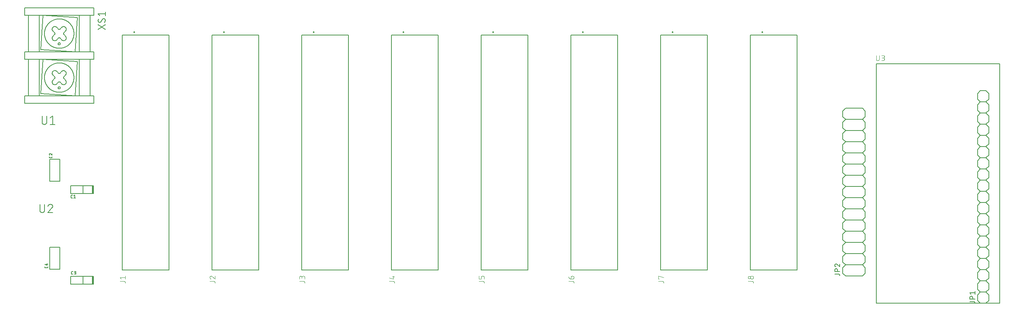
<source format=gbr>
G04 EAGLE Gerber RS-274X export*
G75*
%MOMM*%
%FSLAX34Y34*%
%LPD*%
%INSilkscreen Top*%
%IPPOS*%
%AMOC8*
5,1,8,0,0,1.08239X$1,22.5*%
G01*
%ADD10C,0.127000*%
%ADD11C,0.200000*%
%ADD12C,0.101600*%
%ADD13C,0.150000*%
%ADD14C,0.152400*%
%ADD15C,0.203200*%
%ADD16R,0.450000X1.900000*%


D10*
X328350Y133300D02*
X222450Y133300D01*
X222450Y666700D02*
X328350Y666700D01*
X222450Y666700D02*
X222450Y133300D01*
X328350Y133300D02*
X328350Y666700D01*
D11*
X249000Y673200D02*
X249002Y673263D01*
X249008Y673325D01*
X249018Y673387D01*
X249031Y673449D01*
X249049Y673509D01*
X249070Y673568D01*
X249095Y673626D01*
X249124Y673682D01*
X249156Y673736D01*
X249191Y673788D01*
X249229Y673837D01*
X249271Y673885D01*
X249315Y673929D01*
X249363Y673971D01*
X249412Y674009D01*
X249464Y674044D01*
X249518Y674076D01*
X249574Y674105D01*
X249632Y674130D01*
X249691Y674151D01*
X249751Y674169D01*
X249813Y674182D01*
X249875Y674192D01*
X249937Y674198D01*
X250000Y674200D01*
X250063Y674198D01*
X250125Y674192D01*
X250187Y674182D01*
X250249Y674169D01*
X250309Y674151D01*
X250368Y674130D01*
X250426Y674105D01*
X250482Y674076D01*
X250536Y674044D01*
X250588Y674009D01*
X250637Y673971D01*
X250685Y673929D01*
X250729Y673885D01*
X250771Y673837D01*
X250809Y673788D01*
X250844Y673736D01*
X250876Y673682D01*
X250905Y673626D01*
X250930Y673568D01*
X250951Y673509D01*
X250969Y673449D01*
X250982Y673387D01*
X250992Y673325D01*
X250998Y673263D01*
X251000Y673200D01*
X250998Y673137D01*
X250992Y673075D01*
X250982Y673013D01*
X250969Y672951D01*
X250951Y672891D01*
X250930Y672832D01*
X250905Y672774D01*
X250876Y672718D01*
X250844Y672664D01*
X250809Y672612D01*
X250771Y672563D01*
X250729Y672515D01*
X250685Y672471D01*
X250637Y672429D01*
X250588Y672391D01*
X250536Y672356D01*
X250482Y672324D01*
X250426Y672295D01*
X250368Y672270D01*
X250309Y672249D01*
X250249Y672231D01*
X250187Y672218D01*
X250125Y672208D01*
X250063Y672202D01*
X250000Y672200D01*
X249937Y672202D01*
X249875Y672208D01*
X249813Y672218D01*
X249751Y672231D01*
X249691Y672249D01*
X249632Y672270D01*
X249574Y672295D01*
X249518Y672324D01*
X249464Y672356D01*
X249412Y672391D01*
X249363Y672429D01*
X249315Y672471D01*
X249271Y672515D01*
X249229Y672563D01*
X249191Y672612D01*
X249156Y672664D01*
X249124Y672718D01*
X249095Y672774D01*
X249070Y672832D01*
X249049Y672891D01*
X249031Y672951D01*
X249018Y673013D01*
X249008Y673075D01*
X249002Y673137D01*
X249000Y673200D01*
D12*
X226846Y107703D02*
X217758Y107703D01*
X226846Y107702D02*
X226945Y107700D01*
X227045Y107694D01*
X227144Y107685D01*
X227242Y107672D01*
X227340Y107655D01*
X227438Y107634D01*
X227534Y107609D01*
X227629Y107581D01*
X227723Y107549D01*
X227816Y107514D01*
X227908Y107475D01*
X227998Y107432D01*
X228086Y107387D01*
X228173Y107337D01*
X228257Y107285D01*
X228340Y107229D01*
X228420Y107171D01*
X228498Y107109D01*
X228573Y107044D01*
X228646Y106976D01*
X228716Y106906D01*
X228784Y106833D01*
X228849Y106758D01*
X228911Y106680D01*
X228969Y106600D01*
X229025Y106517D01*
X229077Y106433D01*
X229127Y106346D01*
X229172Y106258D01*
X229215Y106168D01*
X229254Y106076D01*
X229289Y105983D01*
X229321Y105889D01*
X229349Y105794D01*
X229374Y105698D01*
X229395Y105600D01*
X229412Y105502D01*
X229425Y105404D01*
X229434Y105305D01*
X229440Y105205D01*
X229442Y105106D01*
X229442Y103808D01*
X220354Y112976D02*
X217758Y116222D01*
X229442Y116222D01*
X229442Y119467D02*
X229442Y112976D01*
D10*
X425650Y133300D02*
X531550Y133300D01*
X531550Y666700D02*
X425650Y666700D01*
X425650Y133300D01*
X531550Y133300D02*
X531550Y666700D01*
D11*
X452200Y673200D02*
X452202Y673263D01*
X452208Y673325D01*
X452218Y673387D01*
X452231Y673449D01*
X452249Y673509D01*
X452270Y673568D01*
X452295Y673626D01*
X452324Y673682D01*
X452356Y673736D01*
X452391Y673788D01*
X452429Y673837D01*
X452471Y673885D01*
X452515Y673929D01*
X452563Y673971D01*
X452612Y674009D01*
X452664Y674044D01*
X452718Y674076D01*
X452774Y674105D01*
X452832Y674130D01*
X452891Y674151D01*
X452951Y674169D01*
X453013Y674182D01*
X453075Y674192D01*
X453137Y674198D01*
X453200Y674200D01*
X453263Y674198D01*
X453325Y674192D01*
X453387Y674182D01*
X453449Y674169D01*
X453509Y674151D01*
X453568Y674130D01*
X453626Y674105D01*
X453682Y674076D01*
X453736Y674044D01*
X453788Y674009D01*
X453837Y673971D01*
X453885Y673929D01*
X453929Y673885D01*
X453971Y673837D01*
X454009Y673788D01*
X454044Y673736D01*
X454076Y673682D01*
X454105Y673626D01*
X454130Y673568D01*
X454151Y673509D01*
X454169Y673449D01*
X454182Y673387D01*
X454192Y673325D01*
X454198Y673263D01*
X454200Y673200D01*
X454198Y673137D01*
X454192Y673075D01*
X454182Y673013D01*
X454169Y672951D01*
X454151Y672891D01*
X454130Y672832D01*
X454105Y672774D01*
X454076Y672718D01*
X454044Y672664D01*
X454009Y672612D01*
X453971Y672563D01*
X453929Y672515D01*
X453885Y672471D01*
X453837Y672429D01*
X453788Y672391D01*
X453736Y672356D01*
X453682Y672324D01*
X453626Y672295D01*
X453568Y672270D01*
X453509Y672249D01*
X453449Y672231D01*
X453387Y672218D01*
X453325Y672208D01*
X453263Y672202D01*
X453200Y672200D01*
X453137Y672202D01*
X453075Y672208D01*
X453013Y672218D01*
X452951Y672231D01*
X452891Y672249D01*
X452832Y672270D01*
X452774Y672295D01*
X452718Y672324D01*
X452664Y672356D01*
X452612Y672391D01*
X452563Y672429D01*
X452515Y672471D01*
X452471Y672515D01*
X452429Y672563D01*
X452391Y672612D01*
X452356Y672664D01*
X452324Y672718D01*
X452295Y672774D01*
X452270Y672832D01*
X452249Y672891D01*
X452231Y672951D01*
X452218Y673013D01*
X452208Y673075D01*
X452202Y673137D01*
X452200Y673200D01*
D12*
X430046Y107703D02*
X420958Y107703D01*
X430046Y107702D02*
X430145Y107700D01*
X430245Y107694D01*
X430344Y107685D01*
X430442Y107672D01*
X430540Y107655D01*
X430638Y107634D01*
X430734Y107609D01*
X430829Y107581D01*
X430923Y107549D01*
X431016Y107514D01*
X431108Y107475D01*
X431198Y107432D01*
X431286Y107387D01*
X431373Y107337D01*
X431457Y107285D01*
X431540Y107229D01*
X431620Y107171D01*
X431698Y107109D01*
X431773Y107044D01*
X431846Y106976D01*
X431916Y106906D01*
X431984Y106833D01*
X432049Y106758D01*
X432111Y106680D01*
X432169Y106600D01*
X432225Y106517D01*
X432277Y106433D01*
X432327Y106346D01*
X432372Y106258D01*
X432415Y106168D01*
X432454Y106076D01*
X432489Y105983D01*
X432521Y105889D01*
X432549Y105794D01*
X432574Y105698D01*
X432595Y105600D01*
X432612Y105502D01*
X432625Y105404D01*
X432634Y105305D01*
X432640Y105205D01*
X432642Y105106D01*
X432642Y103808D01*
X420958Y116546D02*
X420960Y116653D01*
X420966Y116759D01*
X420976Y116865D01*
X420989Y116971D01*
X421007Y117077D01*
X421028Y117181D01*
X421053Y117285D01*
X421082Y117388D01*
X421114Y117489D01*
X421151Y117589D01*
X421191Y117688D01*
X421234Y117786D01*
X421281Y117882D01*
X421332Y117976D01*
X421386Y118068D01*
X421443Y118158D01*
X421503Y118246D01*
X421567Y118331D01*
X421634Y118414D01*
X421704Y118495D01*
X421776Y118573D01*
X421852Y118649D01*
X421930Y118721D01*
X422011Y118791D01*
X422094Y118858D01*
X422179Y118922D01*
X422267Y118982D01*
X422357Y119039D01*
X422449Y119093D01*
X422543Y119144D01*
X422639Y119191D01*
X422737Y119234D01*
X422836Y119274D01*
X422936Y119311D01*
X423037Y119343D01*
X423140Y119372D01*
X423244Y119397D01*
X423348Y119418D01*
X423454Y119436D01*
X423560Y119449D01*
X423666Y119459D01*
X423772Y119465D01*
X423879Y119467D01*
X420958Y116546D02*
X420960Y116425D01*
X420966Y116304D01*
X420976Y116184D01*
X420989Y116063D01*
X421007Y115944D01*
X421028Y115824D01*
X421053Y115706D01*
X421082Y115589D01*
X421115Y115472D01*
X421151Y115357D01*
X421192Y115243D01*
X421235Y115130D01*
X421283Y115018D01*
X421334Y114909D01*
X421389Y114801D01*
X421447Y114694D01*
X421508Y114590D01*
X421573Y114488D01*
X421641Y114388D01*
X421712Y114290D01*
X421786Y114194D01*
X421863Y114101D01*
X421944Y114011D01*
X422027Y113923D01*
X422113Y113838D01*
X422202Y113755D01*
X422293Y113676D01*
X422387Y113599D01*
X422483Y113526D01*
X422581Y113456D01*
X422682Y113389D01*
X422785Y113325D01*
X422890Y113265D01*
X422997Y113207D01*
X423105Y113154D01*
X423215Y113104D01*
X423327Y113058D01*
X423440Y113015D01*
X423555Y112976D01*
X426151Y118493D02*
X426073Y118572D01*
X425993Y118648D01*
X425910Y118721D01*
X425824Y118791D01*
X425737Y118858D01*
X425646Y118922D01*
X425554Y118982D01*
X425460Y119040D01*
X425363Y119094D01*
X425265Y119144D01*
X425165Y119191D01*
X425064Y119235D01*
X424961Y119275D01*
X424856Y119311D01*
X424751Y119343D01*
X424644Y119372D01*
X424537Y119397D01*
X424428Y119419D01*
X424319Y119436D01*
X424210Y119450D01*
X424100Y119459D01*
X423989Y119465D01*
X423879Y119467D01*
X426151Y118494D02*
X432642Y112976D01*
X432642Y119467D01*
D10*
X628850Y133300D02*
X734750Y133300D01*
X734750Y666700D02*
X628850Y666700D01*
X628850Y133300D01*
X734750Y133300D02*
X734750Y666700D01*
D11*
X655400Y673200D02*
X655402Y673263D01*
X655408Y673325D01*
X655418Y673387D01*
X655431Y673449D01*
X655449Y673509D01*
X655470Y673568D01*
X655495Y673626D01*
X655524Y673682D01*
X655556Y673736D01*
X655591Y673788D01*
X655629Y673837D01*
X655671Y673885D01*
X655715Y673929D01*
X655763Y673971D01*
X655812Y674009D01*
X655864Y674044D01*
X655918Y674076D01*
X655974Y674105D01*
X656032Y674130D01*
X656091Y674151D01*
X656151Y674169D01*
X656213Y674182D01*
X656275Y674192D01*
X656337Y674198D01*
X656400Y674200D01*
X656463Y674198D01*
X656525Y674192D01*
X656587Y674182D01*
X656649Y674169D01*
X656709Y674151D01*
X656768Y674130D01*
X656826Y674105D01*
X656882Y674076D01*
X656936Y674044D01*
X656988Y674009D01*
X657037Y673971D01*
X657085Y673929D01*
X657129Y673885D01*
X657171Y673837D01*
X657209Y673788D01*
X657244Y673736D01*
X657276Y673682D01*
X657305Y673626D01*
X657330Y673568D01*
X657351Y673509D01*
X657369Y673449D01*
X657382Y673387D01*
X657392Y673325D01*
X657398Y673263D01*
X657400Y673200D01*
X657398Y673137D01*
X657392Y673075D01*
X657382Y673013D01*
X657369Y672951D01*
X657351Y672891D01*
X657330Y672832D01*
X657305Y672774D01*
X657276Y672718D01*
X657244Y672664D01*
X657209Y672612D01*
X657171Y672563D01*
X657129Y672515D01*
X657085Y672471D01*
X657037Y672429D01*
X656988Y672391D01*
X656936Y672356D01*
X656882Y672324D01*
X656826Y672295D01*
X656768Y672270D01*
X656709Y672249D01*
X656649Y672231D01*
X656587Y672218D01*
X656525Y672208D01*
X656463Y672202D01*
X656400Y672200D01*
X656337Y672202D01*
X656275Y672208D01*
X656213Y672218D01*
X656151Y672231D01*
X656091Y672249D01*
X656032Y672270D01*
X655974Y672295D01*
X655918Y672324D01*
X655864Y672356D01*
X655812Y672391D01*
X655763Y672429D01*
X655715Y672471D01*
X655671Y672515D01*
X655629Y672563D01*
X655591Y672612D01*
X655556Y672664D01*
X655524Y672718D01*
X655495Y672774D01*
X655470Y672832D01*
X655449Y672891D01*
X655431Y672951D01*
X655418Y673013D01*
X655408Y673075D01*
X655402Y673137D01*
X655400Y673200D01*
D12*
X633246Y107703D02*
X624158Y107703D01*
X633246Y107702D02*
X633345Y107700D01*
X633445Y107694D01*
X633544Y107685D01*
X633642Y107672D01*
X633740Y107655D01*
X633838Y107634D01*
X633934Y107609D01*
X634029Y107581D01*
X634123Y107549D01*
X634216Y107514D01*
X634308Y107475D01*
X634398Y107432D01*
X634486Y107387D01*
X634573Y107337D01*
X634657Y107285D01*
X634740Y107229D01*
X634820Y107171D01*
X634898Y107109D01*
X634973Y107044D01*
X635046Y106976D01*
X635116Y106906D01*
X635184Y106833D01*
X635249Y106758D01*
X635311Y106680D01*
X635369Y106600D01*
X635425Y106517D01*
X635477Y106433D01*
X635527Y106346D01*
X635572Y106258D01*
X635615Y106168D01*
X635654Y106076D01*
X635689Y105983D01*
X635721Y105889D01*
X635749Y105794D01*
X635774Y105698D01*
X635795Y105600D01*
X635812Y105502D01*
X635825Y105404D01*
X635834Y105305D01*
X635840Y105205D01*
X635842Y105106D01*
X635842Y103808D01*
X635842Y112976D02*
X635842Y116222D01*
X635840Y116335D01*
X635834Y116448D01*
X635824Y116561D01*
X635810Y116674D01*
X635793Y116786D01*
X635771Y116897D01*
X635746Y117007D01*
X635716Y117117D01*
X635683Y117225D01*
X635646Y117332D01*
X635606Y117438D01*
X635561Y117542D01*
X635513Y117645D01*
X635462Y117746D01*
X635407Y117845D01*
X635349Y117942D01*
X635287Y118037D01*
X635222Y118130D01*
X635154Y118220D01*
X635083Y118308D01*
X635008Y118394D01*
X634931Y118477D01*
X634851Y118557D01*
X634768Y118634D01*
X634682Y118709D01*
X634594Y118780D01*
X634504Y118848D01*
X634411Y118913D01*
X634316Y118975D01*
X634219Y119033D01*
X634120Y119088D01*
X634019Y119139D01*
X633916Y119187D01*
X633812Y119232D01*
X633706Y119272D01*
X633599Y119309D01*
X633491Y119342D01*
X633381Y119372D01*
X633271Y119397D01*
X633160Y119419D01*
X633048Y119436D01*
X632935Y119450D01*
X632822Y119460D01*
X632709Y119466D01*
X632596Y119468D01*
X632483Y119466D01*
X632370Y119460D01*
X632257Y119450D01*
X632144Y119436D01*
X632032Y119419D01*
X631921Y119397D01*
X631811Y119372D01*
X631701Y119342D01*
X631593Y119309D01*
X631486Y119272D01*
X631380Y119232D01*
X631276Y119187D01*
X631173Y119139D01*
X631072Y119088D01*
X630973Y119033D01*
X630876Y118975D01*
X630781Y118913D01*
X630688Y118848D01*
X630598Y118780D01*
X630510Y118709D01*
X630424Y118634D01*
X630341Y118557D01*
X630261Y118477D01*
X630184Y118394D01*
X630109Y118308D01*
X630038Y118220D01*
X629970Y118130D01*
X629905Y118037D01*
X629843Y117942D01*
X629785Y117845D01*
X629730Y117746D01*
X629679Y117645D01*
X629631Y117542D01*
X629586Y117438D01*
X629546Y117332D01*
X629509Y117225D01*
X629476Y117117D01*
X629446Y117007D01*
X629421Y116897D01*
X629399Y116786D01*
X629382Y116674D01*
X629368Y116561D01*
X629358Y116448D01*
X629352Y116335D01*
X629350Y116222D01*
X624158Y116871D02*
X624158Y112976D01*
X624158Y116871D02*
X624160Y116972D01*
X624166Y117072D01*
X624176Y117172D01*
X624189Y117272D01*
X624207Y117371D01*
X624228Y117470D01*
X624253Y117567D01*
X624282Y117664D01*
X624315Y117759D01*
X624351Y117853D01*
X624391Y117945D01*
X624434Y118036D01*
X624481Y118125D01*
X624531Y118212D01*
X624585Y118298D01*
X624642Y118381D01*
X624702Y118461D01*
X624765Y118540D01*
X624832Y118616D01*
X624901Y118689D01*
X624973Y118759D01*
X625047Y118827D01*
X625124Y118892D01*
X625204Y118953D01*
X625286Y119012D01*
X625370Y119067D01*
X625456Y119119D01*
X625544Y119168D01*
X625634Y119213D01*
X625726Y119255D01*
X625819Y119293D01*
X625914Y119327D01*
X626009Y119358D01*
X626106Y119385D01*
X626204Y119408D01*
X626303Y119428D01*
X626403Y119443D01*
X626503Y119455D01*
X626603Y119463D01*
X626704Y119467D01*
X626804Y119467D01*
X626905Y119463D01*
X627005Y119455D01*
X627105Y119443D01*
X627205Y119428D01*
X627304Y119408D01*
X627402Y119385D01*
X627499Y119358D01*
X627594Y119327D01*
X627689Y119293D01*
X627782Y119255D01*
X627874Y119213D01*
X627964Y119168D01*
X628052Y119119D01*
X628138Y119067D01*
X628222Y119012D01*
X628304Y118953D01*
X628384Y118892D01*
X628461Y118827D01*
X628535Y118759D01*
X628607Y118689D01*
X628676Y118616D01*
X628743Y118540D01*
X628806Y118461D01*
X628866Y118381D01*
X628923Y118298D01*
X628977Y118212D01*
X629027Y118125D01*
X629074Y118036D01*
X629117Y117945D01*
X629157Y117853D01*
X629193Y117759D01*
X629226Y117664D01*
X629255Y117567D01*
X629280Y117470D01*
X629301Y117371D01*
X629319Y117272D01*
X629332Y117172D01*
X629342Y117072D01*
X629348Y116972D01*
X629350Y116871D01*
X629351Y116871D02*
X629351Y114274D01*
D10*
X832050Y133300D02*
X937950Y133300D01*
X937950Y666700D02*
X832050Y666700D01*
X832050Y133300D01*
X937950Y133300D02*
X937950Y666700D01*
D11*
X858600Y673200D02*
X858602Y673263D01*
X858608Y673325D01*
X858618Y673387D01*
X858631Y673449D01*
X858649Y673509D01*
X858670Y673568D01*
X858695Y673626D01*
X858724Y673682D01*
X858756Y673736D01*
X858791Y673788D01*
X858829Y673837D01*
X858871Y673885D01*
X858915Y673929D01*
X858963Y673971D01*
X859012Y674009D01*
X859064Y674044D01*
X859118Y674076D01*
X859174Y674105D01*
X859232Y674130D01*
X859291Y674151D01*
X859351Y674169D01*
X859413Y674182D01*
X859475Y674192D01*
X859537Y674198D01*
X859600Y674200D01*
X859663Y674198D01*
X859725Y674192D01*
X859787Y674182D01*
X859849Y674169D01*
X859909Y674151D01*
X859968Y674130D01*
X860026Y674105D01*
X860082Y674076D01*
X860136Y674044D01*
X860188Y674009D01*
X860237Y673971D01*
X860285Y673929D01*
X860329Y673885D01*
X860371Y673837D01*
X860409Y673788D01*
X860444Y673736D01*
X860476Y673682D01*
X860505Y673626D01*
X860530Y673568D01*
X860551Y673509D01*
X860569Y673449D01*
X860582Y673387D01*
X860592Y673325D01*
X860598Y673263D01*
X860600Y673200D01*
X860598Y673137D01*
X860592Y673075D01*
X860582Y673013D01*
X860569Y672951D01*
X860551Y672891D01*
X860530Y672832D01*
X860505Y672774D01*
X860476Y672718D01*
X860444Y672664D01*
X860409Y672612D01*
X860371Y672563D01*
X860329Y672515D01*
X860285Y672471D01*
X860237Y672429D01*
X860188Y672391D01*
X860136Y672356D01*
X860082Y672324D01*
X860026Y672295D01*
X859968Y672270D01*
X859909Y672249D01*
X859849Y672231D01*
X859787Y672218D01*
X859725Y672208D01*
X859663Y672202D01*
X859600Y672200D01*
X859537Y672202D01*
X859475Y672208D01*
X859413Y672218D01*
X859351Y672231D01*
X859291Y672249D01*
X859232Y672270D01*
X859174Y672295D01*
X859118Y672324D01*
X859064Y672356D01*
X859012Y672391D01*
X858963Y672429D01*
X858915Y672471D01*
X858871Y672515D01*
X858829Y672563D01*
X858791Y672612D01*
X858756Y672664D01*
X858724Y672718D01*
X858695Y672774D01*
X858670Y672832D01*
X858649Y672891D01*
X858631Y672951D01*
X858618Y673013D01*
X858608Y673075D01*
X858602Y673137D01*
X858600Y673200D01*
D12*
X836446Y107703D02*
X827358Y107703D01*
X836446Y107702D02*
X836545Y107700D01*
X836645Y107694D01*
X836744Y107685D01*
X836842Y107672D01*
X836940Y107655D01*
X837038Y107634D01*
X837134Y107609D01*
X837229Y107581D01*
X837323Y107549D01*
X837416Y107514D01*
X837508Y107475D01*
X837598Y107432D01*
X837686Y107387D01*
X837773Y107337D01*
X837857Y107285D01*
X837940Y107229D01*
X838020Y107171D01*
X838098Y107109D01*
X838173Y107044D01*
X838246Y106976D01*
X838316Y106906D01*
X838384Y106833D01*
X838449Y106758D01*
X838511Y106680D01*
X838569Y106600D01*
X838625Y106517D01*
X838677Y106433D01*
X838727Y106346D01*
X838772Y106258D01*
X838815Y106168D01*
X838854Y106076D01*
X838889Y105983D01*
X838921Y105889D01*
X838949Y105794D01*
X838974Y105698D01*
X838995Y105600D01*
X839012Y105502D01*
X839025Y105404D01*
X839034Y105305D01*
X839040Y105205D01*
X839042Y105106D01*
X839042Y103808D01*
X836446Y112976D02*
X827358Y115573D01*
X836446Y112976D02*
X836446Y119467D01*
X833849Y117520D02*
X839042Y117520D01*
D10*
X1035250Y133300D02*
X1141150Y133300D01*
X1141150Y666700D02*
X1035250Y666700D01*
X1035250Y133300D01*
X1141150Y133300D02*
X1141150Y666700D01*
D11*
X1061800Y673200D02*
X1061802Y673263D01*
X1061808Y673325D01*
X1061818Y673387D01*
X1061831Y673449D01*
X1061849Y673509D01*
X1061870Y673568D01*
X1061895Y673626D01*
X1061924Y673682D01*
X1061956Y673736D01*
X1061991Y673788D01*
X1062029Y673837D01*
X1062071Y673885D01*
X1062115Y673929D01*
X1062163Y673971D01*
X1062212Y674009D01*
X1062264Y674044D01*
X1062318Y674076D01*
X1062374Y674105D01*
X1062432Y674130D01*
X1062491Y674151D01*
X1062551Y674169D01*
X1062613Y674182D01*
X1062675Y674192D01*
X1062737Y674198D01*
X1062800Y674200D01*
X1062863Y674198D01*
X1062925Y674192D01*
X1062987Y674182D01*
X1063049Y674169D01*
X1063109Y674151D01*
X1063168Y674130D01*
X1063226Y674105D01*
X1063282Y674076D01*
X1063336Y674044D01*
X1063388Y674009D01*
X1063437Y673971D01*
X1063485Y673929D01*
X1063529Y673885D01*
X1063571Y673837D01*
X1063609Y673788D01*
X1063644Y673736D01*
X1063676Y673682D01*
X1063705Y673626D01*
X1063730Y673568D01*
X1063751Y673509D01*
X1063769Y673449D01*
X1063782Y673387D01*
X1063792Y673325D01*
X1063798Y673263D01*
X1063800Y673200D01*
X1063798Y673137D01*
X1063792Y673075D01*
X1063782Y673013D01*
X1063769Y672951D01*
X1063751Y672891D01*
X1063730Y672832D01*
X1063705Y672774D01*
X1063676Y672718D01*
X1063644Y672664D01*
X1063609Y672612D01*
X1063571Y672563D01*
X1063529Y672515D01*
X1063485Y672471D01*
X1063437Y672429D01*
X1063388Y672391D01*
X1063336Y672356D01*
X1063282Y672324D01*
X1063226Y672295D01*
X1063168Y672270D01*
X1063109Y672249D01*
X1063049Y672231D01*
X1062987Y672218D01*
X1062925Y672208D01*
X1062863Y672202D01*
X1062800Y672200D01*
X1062737Y672202D01*
X1062675Y672208D01*
X1062613Y672218D01*
X1062551Y672231D01*
X1062491Y672249D01*
X1062432Y672270D01*
X1062374Y672295D01*
X1062318Y672324D01*
X1062264Y672356D01*
X1062212Y672391D01*
X1062163Y672429D01*
X1062115Y672471D01*
X1062071Y672515D01*
X1062029Y672563D01*
X1061991Y672612D01*
X1061956Y672664D01*
X1061924Y672718D01*
X1061895Y672774D01*
X1061870Y672832D01*
X1061849Y672891D01*
X1061831Y672951D01*
X1061818Y673013D01*
X1061808Y673075D01*
X1061802Y673137D01*
X1061800Y673200D01*
D12*
X1039646Y107703D02*
X1030558Y107703D01*
X1039646Y107702D02*
X1039745Y107700D01*
X1039845Y107694D01*
X1039944Y107685D01*
X1040042Y107672D01*
X1040140Y107655D01*
X1040238Y107634D01*
X1040334Y107609D01*
X1040429Y107581D01*
X1040523Y107549D01*
X1040616Y107514D01*
X1040708Y107475D01*
X1040798Y107432D01*
X1040886Y107387D01*
X1040973Y107337D01*
X1041057Y107285D01*
X1041140Y107229D01*
X1041220Y107171D01*
X1041298Y107109D01*
X1041373Y107044D01*
X1041446Y106976D01*
X1041516Y106906D01*
X1041584Y106833D01*
X1041649Y106758D01*
X1041711Y106680D01*
X1041769Y106600D01*
X1041825Y106517D01*
X1041877Y106433D01*
X1041927Y106346D01*
X1041972Y106258D01*
X1042015Y106168D01*
X1042054Y106076D01*
X1042089Y105983D01*
X1042121Y105889D01*
X1042149Y105794D01*
X1042174Y105698D01*
X1042195Y105600D01*
X1042212Y105502D01*
X1042225Y105404D01*
X1042234Y105305D01*
X1042240Y105205D01*
X1042242Y105106D01*
X1042242Y103808D01*
X1042242Y112976D02*
X1042242Y116871D01*
X1042240Y116970D01*
X1042234Y117070D01*
X1042225Y117169D01*
X1042212Y117267D01*
X1042195Y117365D01*
X1042174Y117463D01*
X1042149Y117559D01*
X1042121Y117654D01*
X1042089Y117748D01*
X1042054Y117841D01*
X1042015Y117933D01*
X1041972Y118023D01*
X1041927Y118111D01*
X1041877Y118198D01*
X1041825Y118282D01*
X1041769Y118365D01*
X1041711Y118445D01*
X1041649Y118523D01*
X1041584Y118598D01*
X1041516Y118671D01*
X1041446Y118741D01*
X1041373Y118809D01*
X1041298Y118874D01*
X1041220Y118936D01*
X1041140Y118994D01*
X1041057Y119050D01*
X1040973Y119102D01*
X1040886Y119152D01*
X1040798Y119197D01*
X1040708Y119240D01*
X1040616Y119279D01*
X1040523Y119314D01*
X1040429Y119346D01*
X1040334Y119374D01*
X1040238Y119399D01*
X1040140Y119420D01*
X1040042Y119437D01*
X1039944Y119450D01*
X1039845Y119459D01*
X1039745Y119465D01*
X1039646Y119467D01*
X1038347Y119467D01*
X1038248Y119465D01*
X1038148Y119459D01*
X1038049Y119450D01*
X1037951Y119437D01*
X1037853Y119420D01*
X1037755Y119399D01*
X1037659Y119374D01*
X1037564Y119346D01*
X1037470Y119314D01*
X1037377Y119279D01*
X1037285Y119240D01*
X1037195Y119197D01*
X1037107Y119152D01*
X1037020Y119102D01*
X1036936Y119050D01*
X1036853Y118994D01*
X1036773Y118936D01*
X1036695Y118874D01*
X1036620Y118809D01*
X1036547Y118741D01*
X1036477Y118671D01*
X1036409Y118598D01*
X1036344Y118523D01*
X1036282Y118445D01*
X1036224Y118365D01*
X1036168Y118282D01*
X1036116Y118198D01*
X1036066Y118111D01*
X1036021Y118023D01*
X1035978Y117933D01*
X1035939Y117841D01*
X1035904Y117748D01*
X1035872Y117654D01*
X1035844Y117559D01*
X1035819Y117463D01*
X1035798Y117365D01*
X1035781Y117267D01*
X1035768Y117169D01*
X1035759Y117070D01*
X1035753Y116970D01*
X1035751Y116871D01*
X1035751Y112976D01*
X1030558Y112976D01*
X1030558Y119467D01*
D10*
X1238450Y133300D02*
X1344350Y133300D01*
X1344350Y666700D02*
X1238450Y666700D01*
X1238450Y133300D01*
X1344350Y133300D02*
X1344350Y666700D01*
D11*
X1265000Y673200D02*
X1265002Y673263D01*
X1265008Y673325D01*
X1265018Y673387D01*
X1265031Y673449D01*
X1265049Y673509D01*
X1265070Y673568D01*
X1265095Y673626D01*
X1265124Y673682D01*
X1265156Y673736D01*
X1265191Y673788D01*
X1265229Y673837D01*
X1265271Y673885D01*
X1265315Y673929D01*
X1265363Y673971D01*
X1265412Y674009D01*
X1265464Y674044D01*
X1265518Y674076D01*
X1265574Y674105D01*
X1265632Y674130D01*
X1265691Y674151D01*
X1265751Y674169D01*
X1265813Y674182D01*
X1265875Y674192D01*
X1265937Y674198D01*
X1266000Y674200D01*
X1266063Y674198D01*
X1266125Y674192D01*
X1266187Y674182D01*
X1266249Y674169D01*
X1266309Y674151D01*
X1266368Y674130D01*
X1266426Y674105D01*
X1266482Y674076D01*
X1266536Y674044D01*
X1266588Y674009D01*
X1266637Y673971D01*
X1266685Y673929D01*
X1266729Y673885D01*
X1266771Y673837D01*
X1266809Y673788D01*
X1266844Y673736D01*
X1266876Y673682D01*
X1266905Y673626D01*
X1266930Y673568D01*
X1266951Y673509D01*
X1266969Y673449D01*
X1266982Y673387D01*
X1266992Y673325D01*
X1266998Y673263D01*
X1267000Y673200D01*
X1266998Y673137D01*
X1266992Y673075D01*
X1266982Y673013D01*
X1266969Y672951D01*
X1266951Y672891D01*
X1266930Y672832D01*
X1266905Y672774D01*
X1266876Y672718D01*
X1266844Y672664D01*
X1266809Y672612D01*
X1266771Y672563D01*
X1266729Y672515D01*
X1266685Y672471D01*
X1266637Y672429D01*
X1266588Y672391D01*
X1266536Y672356D01*
X1266482Y672324D01*
X1266426Y672295D01*
X1266368Y672270D01*
X1266309Y672249D01*
X1266249Y672231D01*
X1266187Y672218D01*
X1266125Y672208D01*
X1266063Y672202D01*
X1266000Y672200D01*
X1265937Y672202D01*
X1265875Y672208D01*
X1265813Y672218D01*
X1265751Y672231D01*
X1265691Y672249D01*
X1265632Y672270D01*
X1265574Y672295D01*
X1265518Y672324D01*
X1265464Y672356D01*
X1265412Y672391D01*
X1265363Y672429D01*
X1265315Y672471D01*
X1265271Y672515D01*
X1265229Y672563D01*
X1265191Y672612D01*
X1265156Y672664D01*
X1265124Y672718D01*
X1265095Y672774D01*
X1265070Y672832D01*
X1265049Y672891D01*
X1265031Y672951D01*
X1265018Y673013D01*
X1265008Y673075D01*
X1265002Y673137D01*
X1265000Y673200D01*
D12*
X1242846Y107703D02*
X1233758Y107703D01*
X1242846Y107702D02*
X1242945Y107700D01*
X1243045Y107694D01*
X1243144Y107685D01*
X1243242Y107672D01*
X1243340Y107655D01*
X1243438Y107634D01*
X1243534Y107609D01*
X1243629Y107581D01*
X1243723Y107549D01*
X1243816Y107514D01*
X1243908Y107475D01*
X1243998Y107432D01*
X1244086Y107387D01*
X1244173Y107337D01*
X1244257Y107285D01*
X1244340Y107229D01*
X1244420Y107171D01*
X1244498Y107109D01*
X1244573Y107044D01*
X1244646Y106976D01*
X1244716Y106906D01*
X1244784Y106833D01*
X1244849Y106758D01*
X1244911Y106680D01*
X1244969Y106600D01*
X1245025Y106517D01*
X1245077Y106433D01*
X1245127Y106346D01*
X1245172Y106258D01*
X1245215Y106168D01*
X1245254Y106076D01*
X1245289Y105983D01*
X1245321Y105889D01*
X1245349Y105794D01*
X1245374Y105698D01*
X1245395Y105600D01*
X1245412Y105502D01*
X1245425Y105404D01*
X1245434Y105305D01*
X1245440Y105205D01*
X1245442Y105106D01*
X1245442Y103808D01*
X1238951Y112976D02*
X1238951Y116871D01*
X1238953Y116970D01*
X1238959Y117070D01*
X1238968Y117169D01*
X1238981Y117267D01*
X1238998Y117365D01*
X1239019Y117463D01*
X1239044Y117559D01*
X1239072Y117654D01*
X1239104Y117748D01*
X1239139Y117841D01*
X1239178Y117933D01*
X1239221Y118023D01*
X1239266Y118111D01*
X1239316Y118198D01*
X1239368Y118282D01*
X1239424Y118365D01*
X1239482Y118445D01*
X1239544Y118523D01*
X1239609Y118598D01*
X1239677Y118671D01*
X1239747Y118741D01*
X1239820Y118809D01*
X1239895Y118874D01*
X1239973Y118936D01*
X1240053Y118994D01*
X1240136Y119050D01*
X1240220Y119102D01*
X1240307Y119152D01*
X1240395Y119197D01*
X1240485Y119240D01*
X1240577Y119279D01*
X1240670Y119314D01*
X1240764Y119346D01*
X1240859Y119374D01*
X1240955Y119399D01*
X1241053Y119420D01*
X1241151Y119437D01*
X1241249Y119450D01*
X1241348Y119459D01*
X1241448Y119465D01*
X1241547Y119467D01*
X1242196Y119467D01*
X1242196Y119468D02*
X1242309Y119466D01*
X1242422Y119460D01*
X1242535Y119450D01*
X1242648Y119436D01*
X1242760Y119419D01*
X1242871Y119397D01*
X1242981Y119372D01*
X1243091Y119342D01*
X1243199Y119309D01*
X1243306Y119272D01*
X1243412Y119232D01*
X1243516Y119187D01*
X1243619Y119139D01*
X1243720Y119088D01*
X1243819Y119033D01*
X1243916Y118975D01*
X1244011Y118913D01*
X1244104Y118848D01*
X1244194Y118780D01*
X1244282Y118709D01*
X1244368Y118634D01*
X1244451Y118557D01*
X1244531Y118477D01*
X1244608Y118394D01*
X1244683Y118308D01*
X1244754Y118220D01*
X1244822Y118130D01*
X1244887Y118037D01*
X1244949Y117942D01*
X1245007Y117845D01*
X1245062Y117746D01*
X1245113Y117645D01*
X1245161Y117542D01*
X1245206Y117438D01*
X1245246Y117332D01*
X1245283Y117225D01*
X1245316Y117117D01*
X1245346Y117007D01*
X1245371Y116897D01*
X1245393Y116786D01*
X1245410Y116674D01*
X1245424Y116561D01*
X1245434Y116448D01*
X1245440Y116335D01*
X1245442Y116222D01*
X1245440Y116109D01*
X1245434Y115996D01*
X1245424Y115883D01*
X1245410Y115770D01*
X1245393Y115658D01*
X1245371Y115547D01*
X1245346Y115437D01*
X1245316Y115327D01*
X1245283Y115219D01*
X1245246Y115112D01*
X1245206Y115006D01*
X1245161Y114902D01*
X1245113Y114799D01*
X1245062Y114698D01*
X1245007Y114599D01*
X1244949Y114502D01*
X1244887Y114407D01*
X1244822Y114314D01*
X1244754Y114224D01*
X1244683Y114136D01*
X1244608Y114050D01*
X1244531Y113967D01*
X1244451Y113887D01*
X1244368Y113810D01*
X1244282Y113735D01*
X1244194Y113664D01*
X1244104Y113596D01*
X1244011Y113531D01*
X1243916Y113469D01*
X1243819Y113411D01*
X1243720Y113356D01*
X1243619Y113305D01*
X1243516Y113257D01*
X1243412Y113212D01*
X1243306Y113172D01*
X1243199Y113135D01*
X1243091Y113102D01*
X1242981Y113072D01*
X1242871Y113047D01*
X1242760Y113025D01*
X1242648Y113008D01*
X1242535Y112994D01*
X1242422Y112984D01*
X1242309Y112978D01*
X1242196Y112976D01*
X1238951Y112976D01*
X1238808Y112978D01*
X1238665Y112984D01*
X1238522Y112994D01*
X1238380Y113008D01*
X1238238Y113025D01*
X1238096Y113047D01*
X1237955Y113072D01*
X1237815Y113102D01*
X1237676Y113135D01*
X1237538Y113172D01*
X1237401Y113213D01*
X1237265Y113257D01*
X1237130Y113306D01*
X1236997Y113358D01*
X1236865Y113413D01*
X1236735Y113473D01*
X1236606Y113536D01*
X1236479Y113602D01*
X1236355Y113672D01*
X1236232Y113745D01*
X1236111Y113822D01*
X1235992Y113901D01*
X1235876Y113985D01*
X1235761Y114071D01*
X1235650Y114160D01*
X1235541Y114253D01*
X1235434Y114348D01*
X1235330Y114447D01*
X1235229Y114548D01*
X1235130Y114652D01*
X1235035Y114758D01*
X1234942Y114868D01*
X1234853Y114979D01*
X1234767Y115093D01*
X1234684Y115210D01*
X1234604Y115329D01*
X1234527Y115450D01*
X1234454Y115572D01*
X1234384Y115697D01*
X1234318Y115824D01*
X1234255Y115953D01*
X1234195Y116083D01*
X1234140Y116215D01*
X1234088Y116348D01*
X1234039Y116483D01*
X1233995Y116619D01*
X1233954Y116756D01*
X1233917Y116894D01*
X1233884Y117033D01*
X1233854Y117173D01*
X1233829Y117314D01*
X1233807Y117456D01*
X1233790Y117598D01*
X1233776Y117740D01*
X1233766Y117883D01*
X1233760Y118026D01*
X1233758Y118169D01*
D10*
X1441650Y133300D02*
X1547550Y133300D01*
X1547550Y666700D02*
X1441650Y666700D01*
X1441650Y133300D01*
X1547550Y133300D02*
X1547550Y666700D01*
D11*
X1468200Y673200D02*
X1468202Y673263D01*
X1468208Y673325D01*
X1468218Y673387D01*
X1468231Y673449D01*
X1468249Y673509D01*
X1468270Y673568D01*
X1468295Y673626D01*
X1468324Y673682D01*
X1468356Y673736D01*
X1468391Y673788D01*
X1468429Y673837D01*
X1468471Y673885D01*
X1468515Y673929D01*
X1468563Y673971D01*
X1468612Y674009D01*
X1468664Y674044D01*
X1468718Y674076D01*
X1468774Y674105D01*
X1468832Y674130D01*
X1468891Y674151D01*
X1468951Y674169D01*
X1469013Y674182D01*
X1469075Y674192D01*
X1469137Y674198D01*
X1469200Y674200D01*
X1469263Y674198D01*
X1469325Y674192D01*
X1469387Y674182D01*
X1469449Y674169D01*
X1469509Y674151D01*
X1469568Y674130D01*
X1469626Y674105D01*
X1469682Y674076D01*
X1469736Y674044D01*
X1469788Y674009D01*
X1469837Y673971D01*
X1469885Y673929D01*
X1469929Y673885D01*
X1469971Y673837D01*
X1470009Y673788D01*
X1470044Y673736D01*
X1470076Y673682D01*
X1470105Y673626D01*
X1470130Y673568D01*
X1470151Y673509D01*
X1470169Y673449D01*
X1470182Y673387D01*
X1470192Y673325D01*
X1470198Y673263D01*
X1470200Y673200D01*
X1470198Y673137D01*
X1470192Y673075D01*
X1470182Y673013D01*
X1470169Y672951D01*
X1470151Y672891D01*
X1470130Y672832D01*
X1470105Y672774D01*
X1470076Y672718D01*
X1470044Y672664D01*
X1470009Y672612D01*
X1469971Y672563D01*
X1469929Y672515D01*
X1469885Y672471D01*
X1469837Y672429D01*
X1469788Y672391D01*
X1469736Y672356D01*
X1469682Y672324D01*
X1469626Y672295D01*
X1469568Y672270D01*
X1469509Y672249D01*
X1469449Y672231D01*
X1469387Y672218D01*
X1469325Y672208D01*
X1469263Y672202D01*
X1469200Y672200D01*
X1469137Y672202D01*
X1469075Y672208D01*
X1469013Y672218D01*
X1468951Y672231D01*
X1468891Y672249D01*
X1468832Y672270D01*
X1468774Y672295D01*
X1468718Y672324D01*
X1468664Y672356D01*
X1468612Y672391D01*
X1468563Y672429D01*
X1468515Y672471D01*
X1468471Y672515D01*
X1468429Y672563D01*
X1468391Y672612D01*
X1468356Y672664D01*
X1468324Y672718D01*
X1468295Y672774D01*
X1468270Y672832D01*
X1468249Y672891D01*
X1468231Y672951D01*
X1468218Y673013D01*
X1468208Y673075D01*
X1468202Y673137D01*
X1468200Y673200D01*
D12*
X1446046Y107703D02*
X1436958Y107703D01*
X1446046Y107702D02*
X1446145Y107700D01*
X1446245Y107694D01*
X1446344Y107685D01*
X1446442Y107672D01*
X1446540Y107655D01*
X1446638Y107634D01*
X1446734Y107609D01*
X1446829Y107581D01*
X1446923Y107549D01*
X1447016Y107514D01*
X1447108Y107475D01*
X1447198Y107432D01*
X1447286Y107387D01*
X1447373Y107337D01*
X1447457Y107285D01*
X1447540Y107229D01*
X1447620Y107171D01*
X1447698Y107109D01*
X1447773Y107044D01*
X1447846Y106976D01*
X1447916Y106906D01*
X1447984Y106833D01*
X1448049Y106758D01*
X1448111Y106680D01*
X1448169Y106600D01*
X1448225Y106517D01*
X1448277Y106433D01*
X1448327Y106346D01*
X1448372Y106258D01*
X1448415Y106168D01*
X1448454Y106076D01*
X1448489Y105983D01*
X1448521Y105889D01*
X1448549Y105794D01*
X1448574Y105698D01*
X1448595Y105600D01*
X1448612Y105502D01*
X1448625Y105404D01*
X1448634Y105305D01*
X1448640Y105205D01*
X1448642Y105106D01*
X1448642Y103808D01*
X1438256Y112976D02*
X1436958Y112976D01*
X1436958Y119467D01*
X1448642Y116222D01*
D10*
X1644850Y133300D02*
X1750750Y133300D01*
X1750750Y666700D02*
X1644850Y666700D01*
X1644850Y133300D01*
X1750750Y133300D02*
X1750750Y666700D01*
D11*
X1671400Y673200D02*
X1671402Y673263D01*
X1671408Y673325D01*
X1671418Y673387D01*
X1671431Y673449D01*
X1671449Y673509D01*
X1671470Y673568D01*
X1671495Y673626D01*
X1671524Y673682D01*
X1671556Y673736D01*
X1671591Y673788D01*
X1671629Y673837D01*
X1671671Y673885D01*
X1671715Y673929D01*
X1671763Y673971D01*
X1671812Y674009D01*
X1671864Y674044D01*
X1671918Y674076D01*
X1671974Y674105D01*
X1672032Y674130D01*
X1672091Y674151D01*
X1672151Y674169D01*
X1672213Y674182D01*
X1672275Y674192D01*
X1672337Y674198D01*
X1672400Y674200D01*
X1672463Y674198D01*
X1672525Y674192D01*
X1672587Y674182D01*
X1672649Y674169D01*
X1672709Y674151D01*
X1672768Y674130D01*
X1672826Y674105D01*
X1672882Y674076D01*
X1672936Y674044D01*
X1672988Y674009D01*
X1673037Y673971D01*
X1673085Y673929D01*
X1673129Y673885D01*
X1673171Y673837D01*
X1673209Y673788D01*
X1673244Y673736D01*
X1673276Y673682D01*
X1673305Y673626D01*
X1673330Y673568D01*
X1673351Y673509D01*
X1673369Y673449D01*
X1673382Y673387D01*
X1673392Y673325D01*
X1673398Y673263D01*
X1673400Y673200D01*
X1673398Y673137D01*
X1673392Y673075D01*
X1673382Y673013D01*
X1673369Y672951D01*
X1673351Y672891D01*
X1673330Y672832D01*
X1673305Y672774D01*
X1673276Y672718D01*
X1673244Y672664D01*
X1673209Y672612D01*
X1673171Y672563D01*
X1673129Y672515D01*
X1673085Y672471D01*
X1673037Y672429D01*
X1672988Y672391D01*
X1672936Y672356D01*
X1672882Y672324D01*
X1672826Y672295D01*
X1672768Y672270D01*
X1672709Y672249D01*
X1672649Y672231D01*
X1672587Y672218D01*
X1672525Y672208D01*
X1672463Y672202D01*
X1672400Y672200D01*
X1672337Y672202D01*
X1672275Y672208D01*
X1672213Y672218D01*
X1672151Y672231D01*
X1672091Y672249D01*
X1672032Y672270D01*
X1671974Y672295D01*
X1671918Y672324D01*
X1671864Y672356D01*
X1671812Y672391D01*
X1671763Y672429D01*
X1671715Y672471D01*
X1671671Y672515D01*
X1671629Y672563D01*
X1671591Y672612D01*
X1671556Y672664D01*
X1671524Y672718D01*
X1671495Y672774D01*
X1671470Y672832D01*
X1671449Y672891D01*
X1671431Y672951D01*
X1671418Y673013D01*
X1671408Y673075D01*
X1671402Y673137D01*
X1671400Y673200D01*
D12*
X1649246Y107703D02*
X1640158Y107703D01*
X1649246Y107702D02*
X1649345Y107700D01*
X1649445Y107694D01*
X1649544Y107685D01*
X1649642Y107672D01*
X1649740Y107655D01*
X1649838Y107634D01*
X1649934Y107609D01*
X1650029Y107581D01*
X1650123Y107549D01*
X1650216Y107514D01*
X1650308Y107475D01*
X1650398Y107432D01*
X1650486Y107387D01*
X1650573Y107337D01*
X1650657Y107285D01*
X1650740Y107229D01*
X1650820Y107171D01*
X1650898Y107109D01*
X1650973Y107044D01*
X1651046Y106976D01*
X1651116Y106906D01*
X1651184Y106833D01*
X1651249Y106758D01*
X1651311Y106680D01*
X1651369Y106600D01*
X1651425Y106517D01*
X1651477Y106433D01*
X1651527Y106346D01*
X1651572Y106258D01*
X1651615Y106168D01*
X1651654Y106076D01*
X1651689Y105983D01*
X1651721Y105889D01*
X1651749Y105794D01*
X1651774Y105698D01*
X1651795Y105600D01*
X1651812Y105502D01*
X1651825Y105404D01*
X1651834Y105305D01*
X1651840Y105205D01*
X1651842Y105106D01*
X1651842Y103808D01*
X1648596Y112976D02*
X1648483Y112978D01*
X1648370Y112984D01*
X1648257Y112994D01*
X1648144Y113008D01*
X1648032Y113025D01*
X1647921Y113047D01*
X1647811Y113072D01*
X1647701Y113102D01*
X1647593Y113135D01*
X1647486Y113172D01*
X1647380Y113212D01*
X1647276Y113257D01*
X1647173Y113305D01*
X1647072Y113356D01*
X1646973Y113411D01*
X1646876Y113469D01*
X1646781Y113531D01*
X1646688Y113596D01*
X1646598Y113664D01*
X1646510Y113735D01*
X1646424Y113810D01*
X1646341Y113887D01*
X1646261Y113967D01*
X1646184Y114050D01*
X1646109Y114136D01*
X1646038Y114224D01*
X1645970Y114314D01*
X1645905Y114407D01*
X1645843Y114502D01*
X1645785Y114599D01*
X1645730Y114698D01*
X1645679Y114799D01*
X1645631Y114902D01*
X1645586Y115006D01*
X1645546Y115112D01*
X1645509Y115219D01*
X1645476Y115327D01*
X1645446Y115437D01*
X1645421Y115547D01*
X1645399Y115658D01*
X1645382Y115770D01*
X1645368Y115883D01*
X1645358Y115996D01*
X1645352Y116109D01*
X1645350Y116222D01*
X1645352Y116335D01*
X1645358Y116448D01*
X1645368Y116561D01*
X1645382Y116674D01*
X1645399Y116786D01*
X1645421Y116897D01*
X1645446Y117007D01*
X1645476Y117117D01*
X1645509Y117225D01*
X1645546Y117332D01*
X1645586Y117438D01*
X1645631Y117542D01*
X1645679Y117645D01*
X1645730Y117746D01*
X1645785Y117845D01*
X1645843Y117942D01*
X1645905Y118037D01*
X1645970Y118130D01*
X1646038Y118220D01*
X1646109Y118308D01*
X1646184Y118394D01*
X1646261Y118477D01*
X1646341Y118557D01*
X1646424Y118634D01*
X1646510Y118709D01*
X1646598Y118780D01*
X1646688Y118848D01*
X1646781Y118913D01*
X1646876Y118975D01*
X1646973Y119033D01*
X1647072Y119088D01*
X1647173Y119139D01*
X1647276Y119187D01*
X1647380Y119232D01*
X1647486Y119272D01*
X1647593Y119309D01*
X1647701Y119342D01*
X1647811Y119372D01*
X1647921Y119397D01*
X1648032Y119419D01*
X1648144Y119436D01*
X1648257Y119450D01*
X1648370Y119460D01*
X1648483Y119466D01*
X1648596Y119468D01*
X1648709Y119466D01*
X1648822Y119460D01*
X1648935Y119450D01*
X1649048Y119436D01*
X1649160Y119419D01*
X1649271Y119397D01*
X1649381Y119372D01*
X1649491Y119342D01*
X1649599Y119309D01*
X1649706Y119272D01*
X1649812Y119232D01*
X1649916Y119187D01*
X1650019Y119139D01*
X1650120Y119088D01*
X1650219Y119033D01*
X1650316Y118975D01*
X1650411Y118913D01*
X1650504Y118848D01*
X1650594Y118780D01*
X1650682Y118709D01*
X1650768Y118634D01*
X1650851Y118557D01*
X1650931Y118477D01*
X1651008Y118394D01*
X1651083Y118308D01*
X1651154Y118220D01*
X1651222Y118130D01*
X1651287Y118037D01*
X1651349Y117942D01*
X1651407Y117845D01*
X1651462Y117746D01*
X1651513Y117645D01*
X1651561Y117542D01*
X1651606Y117438D01*
X1651646Y117332D01*
X1651683Y117225D01*
X1651716Y117117D01*
X1651746Y117007D01*
X1651771Y116897D01*
X1651793Y116786D01*
X1651810Y116674D01*
X1651824Y116561D01*
X1651834Y116448D01*
X1651840Y116335D01*
X1651842Y116222D01*
X1651840Y116109D01*
X1651834Y115996D01*
X1651824Y115883D01*
X1651810Y115770D01*
X1651793Y115658D01*
X1651771Y115547D01*
X1651746Y115437D01*
X1651716Y115327D01*
X1651683Y115219D01*
X1651646Y115112D01*
X1651606Y115006D01*
X1651561Y114902D01*
X1651513Y114799D01*
X1651462Y114698D01*
X1651407Y114599D01*
X1651349Y114502D01*
X1651287Y114407D01*
X1651222Y114314D01*
X1651154Y114224D01*
X1651083Y114136D01*
X1651008Y114050D01*
X1650931Y113967D01*
X1650851Y113887D01*
X1650768Y113810D01*
X1650682Y113735D01*
X1650594Y113664D01*
X1650504Y113596D01*
X1650411Y113531D01*
X1650316Y113469D01*
X1650219Y113411D01*
X1650120Y113356D01*
X1650019Y113305D01*
X1649916Y113257D01*
X1649812Y113212D01*
X1649706Y113172D01*
X1649599Y113135D01*
X1649491Y113102D01*
X1649381Y113072D01*
X1649271Y113047D01*
X1649160Y113025D01*
X1649048Y113008D01*
X1648935Y112994D01*
X1648822Y112984D01*
X1648709Y112978D01*
X1648596Y112976D01*
X1642754Y113626D02*
X1642653Y113628D01*
X1642553Y113634D01*
X1642453Y113644D01*
X1642353Y113657D01*
X1642254Y113675D01*
X1642155Y113696D01*
X1642058Y113721D01*
X1641961Y113750D01*
X1641866Y113783D01*
X1641772Y113819D01*
X1641680Y113859D01*
X1641589Y113902D01*
X1641500Y113949D01*
X1641413Y113999D01*
X1641327Y114053D01*
X1641244Y114110D01*
X1641164Y114170D01*
X1641085Y114233D01*
X1641009Y114300D01*
X1640936Y114369D01*
X1640866Y114441D01*
X1640798Y114515D01*
X1640733Y114592D01*
X1640672Y114672D01*
X1640613Y114754D01*
X1640558Y114838D01*
X1640506Y114924D01*
X1640457Y115012D01*
X1640412Y115102D01*
X1640370Y115194D01*
X1640332Y115287D01*
X1640298Y115382D01*
X1640267Y115477D01*
X1640240Y115574D01*
X1640217Y115672D01*
X1640197Y115771D01*
X1640182Y115871D01*
X1640170Y115971D01*
X1640162Y116071D01*
X1640158Y116172D01*
X1640158Y116272D01*
X1640162Y116373D01*
X1640170Y116473D01*
X1640182Y116573D01*
X1640197Y116673D01*
X1640217Y116772D01*
X1640240Y116870D01*
X1640267Y116967D01*
X1640298Y117062D01*
X1640332Y117157D01*
X1640370Y117250D01*
X1640412Y117342D01*
X1640457Y117432D01*
X1640506Y117520D01*
X1640558Y117606D01*
X1640613Y117690D01*
X1640672Y117772D01*
X1640733Y117852D01*
X1640798Y117929D01*
X1640866Y118003D01*
X1640936Y118075D01*
X1641009Y118144D01*
X1641085Y118211D01*
X1641164Y118274D01*
X1641244Y118334D01*
X1641327Y118391D01*
X1641413Y118445D01*
X1641500Y118495D01*
X1641589Y118542D01*
X1641680Y118585D01*
X1641772Y118625D01*
X1641866Y118661D01*
X1641961Y118694D01*
X1642058Y118723D01*
X1642155Y118748D01*
X1642254Y118769D01*
X1642353Y118787D01*
X1642453Y118800D01*
X1642553Y118810D01*
X1642653Y118816D01*
X1642754Y118818D01*
X1642855Y118816D01*
X1642955Y118810D01*
X1643055Y118800D01*
X1643155Y118787D01*
X1643254Y118769D01*
X1643353Y118748D01*
X1643450Y118723D01*
X1643547Y118694D01*
X1643642Y118661D01*
X1643736Y118625D01*
X1643828Y118585D01*
X1643919Y118542D01*
X1644008Y118495D01*
X1644095Y118445D01*
X1644181Y118391D01*
X1644264Y118334D01*
X1644344Y118274D01*
X1644423Y118211D01*
X1644499Y118144D01*
X1644572Y118075D01*
X1644642Y118003D01*
X1644710Y117929D01*
X1644775Y117852D01*
X1644836Y117772D01*
X1644895Y117690D01*
X1644950Y117606D01*
X1645002Y117520D01*
X1645051Y117432D01*
X1645096Y117342D01*
X1645138Y117250D01*
X1645176Y117157D01*
X1645210Y117062D01*
X1645241Y116967D01*
X1645268Y116870D01*
X1645291Y116772D01*
X1645311Y116673D01*
X1645326Y116573D01*
X1645338Y116473D01*
X1645346Y116373D01*
X1645350Y116272D01*
X1645350Y116172D01*
X1645346Y116071D01*
X1645338Y115971D01*
X1645326Y115871D01*
X1645311Y115771D01*
X1645291Y115672D01*
X1645268Y115574D01*
X1645241Y115477D01*
X1645210Y115382D01*
X1645176Y115287D01*
X1645138Y115194D01*
X1645096Y115102D01*
X1645051Y115012D01*
X1645002Y114924D01*
X1644950Y114838D01*
X1644895Y114754D01*
X1644836Y114672D01*
X1644775Y114592D01*
X1644710Y114515D01*
X1644642Y114441D01*
X1644572Y114369D01*
X1644499Y114300D01*
X1644423Y114233D01*
X1644344Y114170D01*
X1644264Y114110D01*
X1644181Y114053D01*
X1644095Y113999D01*
X1644008Y113949D01*
X1643919Y113902D01*
X1643828Y113859D01*
X1643736Y113819D01*
X1643642Y113783D01*
X1643547Y113750D01*
X1643450Y113721D01*
X1643353Y113696D01*
X1643254Y113675D01*
X1643155Y113657D01*
X1643055Y113644D01*
X1642955Y113634D01*
X1642855Y113628D01*
X1642754Y113626D01*
D13*
X10300Y628467D02*
X10300Y711533D01*
X149700Y711533D02*
X149700Y628467D01*
X125000Y628467D02*
X125000Y711533D01*
X35000Y711533D02*
X35000Y628467D01*
X46667Y670000D02*
X46677Y670818D01*
X46707Y671636D01*
X46757Y672452D01*
X46828Y673267D01*
X46918Y674080D01*
X47028Y674891D01*
X47158Y675699D01*
X47307Y676503D01*
X47477Y677303D01*
X47666Y678099D01*
X47874Y678890D01*
X48102Y679676D01*
X48349Y680456D01*
X48616Y681230D01*
X48901Y681996D01*
X49204Y682756D01*
X49527Y683508D01*
X49867Y684252D01*
X50226Y684987D01*
X50603Y685713D01*
X50997Y686430D01*
X51409Y687137D01*
X51838Y687833D01*
X52285Y688519D01*
X52747Y689193D01*
X53227Y689856D01*
X53722Y690508D01*
X54233Y691146D01*
X54760Y691772D01*
X55302Y692385D01*
X55859Y692984D01*
X56430Y693570D01*
X57016Y694141D01*
X57615Y694698D01*
X58228Y695240D01*
X58854Y695767D01*
X59492Y696278D01*
X60144Y696773D01*
X60807Y697253D01*
X61481Y697715D01*
X62167Y698162D01*
X62863Y698591D01*
X63570Y699003D01*
X64287Y699397D01*
X65013Y699774D01*
X65748Y700133D01*
X66492Y700473D01*
X67244Y700796D01*
X68004Y701099D01*
X68770Y701384D01*
X69544Y701651D01*
X70324Y701898D01*
X71110Y702126D01*
X71901Y702334D01*
X72697Y702523D01*
X73497Y702693D01*
X74301Y702842D01*
X75109Y702972D01*
X75920Y703082D01*
X76733Y703172D01*
X77548Y703243D01*
X78364Y703293D01*
X79182Y703323D01*
X80000Y703333D01*
X80818Y703323D01*
X81636Y703293D01*
X82452Y703243D01*
X83267Y703172D01*
X84080Y703082D01*
X84891Y702972D01*
X85699Y702842D01*
X86503Y702693D01*
X87303Y702523D01*
X88099Y702334D01*
X88890Y702126D01*
X89676Y701898D01*
X90456Y701651D01*
X91230Y701384D01*
X91996Y701099D01*
X92756Y700796D01*
X93508Y700473D01*
X94252Y700133D01*
X94987Y699774D01*
X95713Y699397D01*
X96430Y699003D01*
X97137Y698591D01*
X97833Y698162D01*
X98519Y697715D01*
X99193Y697253D01*
X99856Y696773D01*
X100508Y696278D01*
X101146Y695767D01*
X101772Y695240D01*
X102385Y694698D01*
X102984Y694141D01*
X103570Y693570D01*
X104141Y692984D01*
X104698Y692385D01*
X105240Y691772D01*
X105767Y691146D01*
X106278Y690508D01*
X106773Y689856D01*
X107253Y689193D01*
X107715Y688519D01*
X108162Y687833D01*
X108591Y687137D01*
X109003Y686430D01*
X109397Y685713D01*
X109774Y684987D01*
X110133Y684252D01*
X110473Y683508D01*
X110796Y682756D01*
X111099Y681996D01*
X111384Y681230D01*
X111651Y680456D01*
X111898Y679676D01*
X112126Y678890D01*
X112334Y678099D01*
X112523Y677303D01*
X112693Y676503D01*
X112842Y675699D01*
X112972Y674891D01*
X113082Y674080D01*
X113172Y673267D01*
X113243Y672452D01*
X113293Y671636D01*
X113323Y670818D01*
X113333Y670000D01*
X113323Y669182D01*
X113293Y668364D01*
X113243Y667548D01*
X113172Y666733D01*
X113082Y665920D01*
X112972Y665109D01*
X112842Y664301D01*
X112693Y663497D01*
X112523Y662697D01*
X112334Y661901D01*
X112126Y661110D01*
X111898Y660324D01*
X111651Y659544D01*
X111384Y658770D01*
X111099Y658004D01*
X110796Y657244D01*
X110473Y656492D01*
X110133Y655748D01*
X109774Y655013D01*
X109397Y654287D01*
X109003Y653570D01*
X108591Y652863D01*
X108162Y652167D01*
X107715Y651481D01*
X107253Y650807D01*
X106773Y650144D01*
X106278Y649492D01*
X105767Y648854D01*
X105240Y648228D01*
X104698Y647615D01*
X104141Y647016D01*
X103570Y646430D01*
X102984Y645859D01*
X102385Y645302D01*
X101772Y644760D01*
X101146Y644233D01*
X100508Y643722D01*
X99856Y643227D01*
X99193Y642747D01*
X98519Y642285D01*
X97833Y641838D01*
X97137Y641409D01*
X96430Y640997D01*
X95713Y640603D01*
X94987Y640226D01*
X94252Y639867D01*
X93508Y639527D01*
X92756Y639204D01*
X91996Y638901D01*
X91230Y638616D01*
X90456Y638349D01*
X89676Y638102D01*
X88890Y637874D01*
X88099Y637666D01*
X87303Y637477D01*
X86503Y637307D01*
X85699Y637158D01*
X84891Y637028D01*
X84080Y636918D01*
X83267Y636828D01*
X82452Y636757D01*
X81636Y636707D01*
X80818Y636677D01*
X80000Y636667D01*
X79182Y636677D01*
X78364Y636707D01*
X77548Y636757D01*
X76733Y636828D01*
X75920Y636918D01*
X75109Y637028D01*
X74301Y637158D01*
X73497Y637307D01*
X72697Y637477D01*
X71901Y637666D01*
X71110Y637874D01*
X70324Y638102D01*
X69544Y638349D01*
X68770Y638616D01*
X68004Y638901D01*
X67244Y639204D01*
X66492Y639527D01*
X65748Y639867D01*
X65013Y640226D01*
X64287Y640603D01*
X63570Y640997D01*
X62863Y641409D01*
X62167Y641838D01*
X61481Y642285D01*
X60807Y642747D01*
X60144Y643227D01*
X59492Y643722D01*
X58854Y644233D01*
X58228Y644760D01*
X57615Y645302D01*
X57016Y645859D01*
X56430Y646430D01*
X55859Y647016D01*
X55302Y647615D01*
X54760Y648228D01*
X54233Y648854D01*
X53722Y649492D01*
X53227Y650144D01*
X52747Y650807D01*
X52285Y651481D01*
X51838Y652167D01*
X51409Y652863D01*
X50997Y653570D01*
X50603Y654287D01*
X50226Y655013D01*
X49867Y655748D01*
X49527Y656492D01*
X49204Y657244D01*
X48901Y658004D01*
X48616Y658770D01*
X48349Y659544D01*
X48102Y660324D01*
X47874Y661110D01*
X47666Y661901D01*
X47477Y662697D01*
X47307Y663497D01*
X47158Y664301D01*
X47028Y665109D01*
X46918Y665920D01*
X46828Y666733D01*
X46757Y667548D01*
X46707Y668364D01*
X46677Y669182D01*
X46667Y670000D01*
X90314Y671828D02*
X90245Y671756D01*
X90179Y671682D01*
X90116Y671605D01*
X90057Y671526D01*
X90000Y671445D01*
X89946Y671362D01*
X89896Y671276D01*
X89849Y671189D01*
X89805Y671100D01*
X89764Y671010D01*
X89728Y670917D01*
X89694Y670824D01*
X89665Y670729D01*
X89639Y670634D01*
X89616Y670537D01*
X89598Y670440D01*
X89583Y670342D01*
X89571Y670243D01*
X89564Y670144D01*
X89560Y670045D01*
X89561Y669946D01*
X89565Y669847D01*
X89572Y669748D01*
X89584Y669650D01*
X89599Y669552D01*
X89618Y669454D01*
X89641Y669358D01*
X89667Y669262D01*
X89697Y669168D01*
X89731Y669074D01*
X89768Y668982D01*
X89809Y668892D01*
X89853Y668803D01*
X89900Y668716D01*
X89951Y668631D01*
X90005Y668548D01*
X90062Y668467D01*
X90122Y668388D01*
X90185Y668311D01*
X90251Y668237D01*
X90320Y668166D01*
X94235Y675749D02*
X94342Y675860D01*
X94447Y675973D01*
X94549Y676089D01*
X94648Y676208D01*
X94744Y676329D01*
X94837Y676453D01*
X94927Y676579D01*
X95013Y676707D01*
X95096Y676837D01*
X95175Y676970D01*
X95251Y677104D01*
X95324Y677241D01*
X95393Y677379D01*
X95459Y677519D01*
X95520Y677660D01*
X95579Y677803D01*
X95633Y677948D01*
X95684Y678094D01*
X95731Y678241D01*
X95774Y678389D01*
X95813Y678539D01*
X95849Y678689D01*
X95880Y678840D01*
X95908Y678992D01*
X95932Y679145D01*
X95952Y679298D01*
X95968Y679452D01*
X95980Y679606D01*
X95988Y679760D01*
X95992Y679915D01*
X95992Y680069D01*
X95988Y680224D01*
X95980Y680378D01*
X95968Y680532D01*
X95952Y680686D01*
X95932Y680839D01*
X95908Y680992D01*
X95880Y681144D01*
X95849Y681295D01*
X95813Y681445D01*
X95774Y681595D01*
X95731Y681743D01*
X95684Y681890D01*
X95633Y682036D01*
X95579Y682181D01*
X95520Y682324D01*
X95459Y682465D01*
X95393Y682605D01*
X95324Y682743D01*
X95251Y682880D01*
X95175Y683014D01*
X95096Y683147D01*
X95013Y683277D01*
X94927Y683405D01*
X94837Y683531D01*
X94744Y683655D01*
X94648Y683776D01*
X94549Y683895D01*
X94447Y684011D01*
X94342Y684124D01*
X94235Y684235D01*
X94124Y684342D01*
X94011Y684447D01*
X93895Y684549D01*
X93776Y684648D01*
X93655Y684744D01*
X93531Y684837D01*
X93405Y684927D01*
X93277Y685013D01*
X93147Y685096D01*
X93014Y685175D01*
X92880Y685251D01*
X92743Y685324D01*
X92605Y685393D01*
X92465Y685459D01*
X92324Y685520D01*
X92181Y685579D01*
X92036Y685633D01*
X91890Y685684D01*
X91743Y685731D01*
X91595Y685774D01*
X91445Y685813D01*
X91295Y685849D01*
X91144Y685880D01*
X90992Y685908D01*
X90839Y685932D01*
X90686Y685952D01*
X90532Y685968D01*
X90378Y685980D01*
X90224Y685988D01*
X90069Y685992D01*
X89915Y685992D01*
X89760Y685988D01*
X89606Y685980D01*
X89452Y685968D01*
X89298Y685952D01*
X89145Y685932D01*
X88992Y685908D01*
X88840Y685880D01*
X88689Y685849D01*
X88539Y685813D01*
X88389Y685774D01*
X88241Y685731D01*
X88094Y685684D01*
X87948Y685633D01*
X87803Y685579D01*
X87660Y685520D01*
X87519Y685459D01*
X87379Y685393D01*
X87241Y685324D01*
X87104Y685251D01*
X86970Y685175D01*
X86837Y685096D01*
X86707Y685013D01*
X86579Y684927D01*
X86453Y684837D01*
X86329Y684744D01*
X86208Y684648D01*
X86089Y684549D01*
X85973Y684447D01*
X85860Y684342D01*
X85749Y684235D01*
X81834Y659680D02*
X81763Y659749D01*
X81689Y659815D01*
X81612Y659878D01*
X81533Y659938D01*
X81452Y659995D01*
X81369Y660049D01*
X81284Y660100D01*
X81197Y660147D01*
X81108Y660191D01*
X81018Y660232D01*
X80926Y660269D01*
X80832Y660303D01*
X80738Y660333D01*
X80642Y660359D01*
X80546Y660382D01*
X80448Y660401D01*
X80350Y660416D01*
X80252Y660428D01*
X80153Y660435D01*
X80054Y660439D01*
X79955Y660440D01*
X79856Y660436D01*
X79757Y660429D01*
X79658Y660417D01*
X79560Y660402D01*
X79463Y660384D01*
X79366Y660361D01*
X79271Y660335D01*
X79176Y660306D01*
X79083Y660272D01*
X78991Y660236D01*
X78900Y660195D01*
X78811Y660151D01*
X78724Y660104D01*
X78638Y660054D01*
X78555Y660000D01*
X78474Y659943D01*
X78395Y659884D01*
X78318Y659821D01*
X78244Y659755D01*
X78172Y659686D01*
X74251Y655765D02*
X74141Y655658D01*
X74028Y655554D01*
X73913Y655453D01*
X73796Y655355D01*
X73676Y655260D01*
X73553Y655167D01*
X73429Y655078D01*
X73301Y654993D01*
X73172Y654910D01*
X73041Y654831D01*
X72908Y654755D01*
X72773Y654683D01*
X72636Y654614D01*
X72497Y654549D01*
X72357Y654487D01*
X72215Y654429D01*
X72072Y654374D01*
X71928Y654323D01*
X71782Y654276D01*
X71635Y654233D01*
X71487Y654193D01*
X71338Y654157D01*
X71188Y654125D01*
X71037Y654097D01*
X70886Y654073D01*
X70734Y654052D01*
X70582Y654036D01*
X70429Y654023D01*
X70276Y654014D01*
X70123Y654009D01*
X69970Y654008D01*
X69816Y654011D01*
X69663Y654018D01*
X69511Y654029D01*
X69358Y654043D01*
X69206Y654062D01*
X69054Y654084D01*
X68903Y654111D01*
X68753Y654141D01*
X68604Y654175D01*
X68455Y654212D01*
X68308Y654254D01*
X68161Y654299D01*
X68016Y654348D01*
X67872Y654401D01*
X67730Y654457D01*
X67589Y654517D01*
X67449Y654581D01*
X67311Y654648D01*
X67175Y654719D01*
X67041Y654793D01*
X66909Y654870D01*
X66779Y654951D01*
X66651Y655035D01*
X66525Y655123D01*
X66401Y655213D01*
X66280Y655307D01*
X66161Y655404D01*
X66045Y655503D01*
X65931Y655606D01*
X65820Y655712D01*
X65712Y655820D01*
X65606Y655931D01*
X65503Y656045D01*
X65404Y656161D01*
X65307Y656280D01*
X65213Y656401D01*
X65123Y656525D01*
X65035Y656651D01*
X64951Y656779D01*
X64870Y656909D01*
X64793Y657041D01*
X64719Y657175D01*
X64648Y657311D01*
X64581Y657449D01*
X64517Y657589D01*
X64457Y657730D01*
X64401Y657872D01*
X64348Y658016D01*
X64299Y658161D01*
X64254Y658308D01*
X64212Y658455D01*
X64175Y658604D01*
X64141Y658753D01*
X64111Y658903D01*
X64084Y659054D01*
X64062Y659206D01*
X64043Y659358D01*
X64029Y659511D01*
X64018Y659663D01*
X64011Y659816D01*
X64008Y659970D01*
X64009Y660123D01*
X64014Y660276D01*
X64023Y660429D01*
X64036Y660582D01*
X64052Y660734D01*
X64073Y660886D01*
X64097Y661037D01*
X64125Y661188D01*
X64157Y661338D01*
X64193Y661487D01*
X64233Y661635D01*
X64276Y661782D01*
X64323Y661928D01*
X64374Y662072D01*
X64429Y662215D01*
X64487Y662357D01*
X64549Y662497D01*
X64614Y662636D01*
X64683Y662773D01*
X64755Y662908D01*
X64831Y663041D01*
X64910Y663172D01*
X64993Y663301D01*
X65078Y663429D01*
X65167Y663553D01*
X65260Y663676D01*
X65355Y663796D01*
X65453Y663913D01*
X65554Y664028D01*
X65658Y664141D01*
X65765Y664251D01*
X78166Y680320D02*
X78237Y680251D01*
X78311Y680185D01*
X78388Y680122D01*
X78467Y680062D01*
X78548Y680005D01*
X78631Y679951D01*
X78716Y679900D01*
X78803Y679853D01*
X78892Y679809D01*
X78982Y679768D01*
X79074Y679731D01*
X79168Y679697D01*
X79262Y679667D01*
X79358Y679641D01*
X79454Y679618D01*
X79552Y679599D01*
X79650Y679584D01*
X79748Y679572D01*
X79847Y679565D01*
X79946Y679561D01*
X80045Y679560D01*
X80144Y679564D01*
X80243Y679571D01*
X80342Y679583D01*
X80440Y679598D01*
X80537Y679616D01*
X80634Y679639D01*
X80729Y679665D01*
X80824Y679694D01*
X80917Y679728D01*
X81010Y679764D01*
X81100Y679805D01*
X81189Y679849D01*
X81276Y679896D01*
X81362Y679946D01*
X81445Y680000D01*
X81526Y680057D01*
X81605Y680116D01*
X81682Y680179D01*
X81756Y680245D01*
X81828Y680314D01*
X69680Y671834D02*
X69749Y671763D01*
X69815Y671689D01*
X69878Y671612D01*
X69938Y671533D01*
X69995Y671452D01*
X70049Y671369D01*
X70100Y671284D01*
X70147Y671197D01*
X70191Y671108D01*
X70232Y671018D01*
X70269Y670926D01*
X70303Y670832D01*
X70333Y670738D01*
X70359Y670642D01*
X70382Y670546D01*
X70401Y670448D01*
X70416Y670350D01*
X70428Y670252D01*
X70435Y670153D01*
X70439Y670054D01*
X70440Y669955D01*
X70436Y669856D01*
X70429Y669757D01*
X70417Y669658D01*
X70402Y669560D01*
X70384Y669463D01*
X70361Y669366D01*
X70335Y669271D01*
X70306Y669176D01*
X70272Y669083D01*
X70236Y668991D01*
X70195Y668900D01*
X70151Y668811D01*
X70104Y668724D01*
X70054Y668638D01*
X70000Y668555D01*
X69943Y668474D01*
X69884Y668395D01*
X69821Y668318D01*
X69755Y668244D01*
X69686Y668172D01*
X85749Y655765D02*
X85859Y655658D01*
X85972Y655554D01*
X86087Y655453D01*
X86204Y655355D01*
X86324Y655260D01*
X86447Y655167D01*
X86571Y655078D01*
X86699Y654993D01*
X86828Y654910D01*
X86959Y654831D01*
X87092Y654755D01*
X87227Y654683D01*
X87364Y654614D01*
X87503Y654549D01*
X87643Y654487D01*
X87785Y654429D01*
X87928Y654374D01*
X88072Y654323D01*
X88218Y654276D01*
X88365Y654233D01*
X88513Y654193D01*
X88662Y654157D01*
X88812Y654125D01*
X88963Y654097D01*
X89114Y654073D01*
X89266Y654052D01*
X89418Y654036D01*
X89571Y654023D01*
X89724Y654014D01*
X89877Y654009D01*
X90030Y654008D01*
X90184Y654011D01*
X90337Y654018D01*
X90489Y654029D01*
X90642Y654043D01*
X90794Y654062D01*
X90946Y654084D01*
X91097Y654111D01*
X91247Y654141D01*
X91396Y654175D01*
X91545Y654212D01*
X91692Y654254D01*
X91839Y654299D01*
X91984Y654348D01*
X92128Y654401D01*
X92270Y654457D01*
X92411Y654517D01*
X92551Y654581D01*
X92689Y654648D01*
X92825Y654719D01*
X92959Y654793D01*
X93091Y654870D01*
X93221Y654951D01*
X93349Y655035D01*
X93475Y655123D01*
X93599Y655213D01*
X93720Y655307D01*
X93839Y655404D01*
X93955Y655503D01*
X94069Y655606D01*
X94180Y655712D01*
X94288Y655820D01*
X94394Y655931D01*
X94497Y656045D01*
X94596Y656161D01*
X94693Y656280D01*
X94787Y656401D01*
X94877Y656525D01*
X94965Y656651D01*
X95049Y656779D01*
X95130Y656909D01*
X95207Y657041D01*
X95281Y657175D01*
X95352Y657311D01*
X95419Y657449D01*
X95483Y657589D01*
X95543Y657730D01*
X95599Y657872D01*
X95652Y658016D01*
X95701Y658161D01*
X95746Y658308D01*
X95788Y658455D01*
X95825Y658604D01*
X95859Y658753D01*
X95889Y658903D01*
X95916Y659054D01*
X95938Y659206D01*
X95957Y659358D01*
X95971Y659511D01*
X95982Y659663D01*
X95989Y659816D01*
X95992Y659970D01*
X95991Y660123D01*
X95986Y660276D01*
X95977Y660429D01*
X95964Y660582D01*
X95948Y660734D01*
X95927Y660886D01*
X95903Y661037D01*
X95875Y661188D01*
X95843Y661338D01*
X95807Y661487D01*
X95767Y661635D01*
X95724Y661782D01*
X95677Y661928D01*
X95626Y662072D01*
X95571Y662215D01*
X95513Y662357D01*
X95451Y662497D01*
X95386Y662636D01*
X95317Y662773D01*
X95245Y662908D01*
X95169Y663041D01*
X95090Y663172D01*
X95007Y663301D01*
X94922Y663429D01*
X94833Y663553D01*
X94740Y663676D01*
X94645Y663796D01*
X94547Y663913D01*
X94446Y664028D01*
X94342Y664141D01*
X94235Y664251D01*
X74251Y684235D02*
X74141Y684342D01*
X74028Y684446D01*
X73913Y684547D01*
X73796Y684645D01*
X73676Y684740D01*
X73553Y684833D01*
X73429Y684922D01*
X73301Y685007D01*
X73172Y685090D01*
X73041Y685169D01*
X72908Y685245D01*
X72773Y685317D01*
X72636Y685386D01*
X72497Y685451D01*
X72357Y685513D01*
X72215Y685571D01*
X72072Y685626D01*
X71928Y685677D01*
X71782Y685724D01*
X71635Y685767D01*
X71487Y685807D01*
X71338Y685843D01*
X71188Y685875D01*
X71037Y685903D01*
X70886Y685927D01*
X70734Y685948D01*
X70582Y685964D01*
X70429Y685977D01*
X70276Y685986D01*
X70123Y685991D01*
X69970Y685992D01*
X69816Y685989D01*
X69663Y685982D01*
X69511Y685971D01*
X69358Y685957D01*
X69206Y685938D01*
X69054Y685916D01*
X68903Y685889D01*
X68753Y685859D01*
X68604Y685825D01*
X68455Y685788D01*
X68308Y685746D01*
X68161Y685701D01*
X68016Y685652D01*
X67872Y685599D01*
X67730Y685543D01*
X67589Y685483D01*
X67449Y685419D01*
X67311Y685352D01*
X67175Y685281D01*
X67041Y685207D01*
X66909Y685130D01*
X66779Y685049D01*
X66651Y684965D01*
X66525Y684877D01*
X66401Y684787D01*
X66280Y684693D01*
X66161Y684596D01*
X66045Y684497D01*
X65931Y684394D01*
X65820Y684288D01*
X65712Y684180D01*
X65606Y684069D01*
X65503Y683955D01*
X65404Y683839D01*
X65307Y683720D01*
X65213Y683599D01*
X65123Y683475D01*
X65035Y683349D01*
X64951Y683221D01*
X64870Y683091D01*
X64793Y682959D01*
X64719Y682825D01*
X64648Y682689D01*
X64581Y682551D01*
X64517Y682411D01*
X64457Y682270D01*
X64401Y682128D01*
X64348Y681984D01*
X64299Y681839D01*
X64254Y681692D01*
X64212Y681545D01*
X64175Y681396D01*
X64141Y681247D01*
X64111Y681097D01*
X64084Y680946D01*
X64062Y680794D01*
X64043Y680642D01*
X64029Y680489D01*
X64018Y680337D01*
X64011Y680184D01*
X64008Y680030D01*
X64009Y679877D01*
X64014Y679724D01*
X64023Y679571D01*
X64036Y679418D01*
X64052Y679266D01*
X64073Y679114D01*
X64097Y678963D01*
X64125Y678812D01*
X64157Y678662D01*
X64193Y678513D01*
X64233Y678365D01*
X64276Y678218D01*
X64323Y678072D01*
X64374Y677928D01*
X64429Y677785D01*
X64487Y677643D01*
X64549Y677503D01*
X64614Y677364D01*
X64683Y677227D01*
X64755Y677092D01*
X64831Y676959D01*
X64910Y676828D01*
X64993Y676699D01*
X65078Y676571D01*
X65167Y676447D01*
X65260Y676324D01*
X65355Y676204D01*
X65453Y676087D01*
X65554Y675972D01*
X65658Y675859D01*
X65765Y675749D01*
X74251Y684234D02*
X78166Y680320D01*
X81828Y680314D02*
X85749Y684235D01*
X94234Y675749D02*
X90314Y671828D01*
X90320Y668166D02*
X94234Y664251D01*
X85749Y655766D02*
X81834Y659680D01*
X78172Y659686D02*
X74251Y655766D01*
X65766Y664251D02*
X69679Y668165D01*
X69680Y671834D02*
X65766Y675749D01*
X77520Y646822D02*
X77522Y646921D01*
X77528Y647020D01*
X77538Y647119D01*
X77552Y647217D01*
X77569Y647315D01*
X77591Y647412D01*
X77617Y647508D01*
X77646Y647603D01*
X77679Y647696D01*
X77716Y647788D01*
X77756Y647879D01*
X77801Y647968D01*
X77848Y648055D01*
X77899Y648140D01*
X77954Y648223D01*
X78011Y648304D01*
X78072Y648382D01*
X78136Y648458D01*
X78203Y648531D01*
X78273Y648602D01*
X78345Y648669D01*
X78421Y648734D01*
X78498Y648796D01*
X78579Y648854D01*
X78661Y648910D01*
X78746Y648961D01*
X78832Y649010D01*
X78921Y649055D01*
X79011Y649096D01*
X79103Y649134D01*
X79196Y649168D01*
X79290Y649198D01*
X79386Y649225D01*
X79483Y649247D01*
X79580Y649266D01*
X79678Y649281D01*
X79777Y649292D01*
X79876Y649299D01*
X79975Y649302D01*
X80074Y649301D01*
X80174Y649296D01*
X80272Y649287D01*
X80371Y649274D01*
X80469Y649257D01*
X80566Y649237D01*
X80662Y649212D01*
X80757Y649184D01*
X80851Y649151D01*
X80943Y649116D01*
X81034Y649076D01*
X81124Y649033D01*
X81211Y648986D01*
X81297Y648936D01*
X81380Y648882D01*
X81462Y648825D01*
X81541Y648765D01*
X81617Y648702D01*
X81691Y648636D01*
X81762Y648567D01*
X81831Y648495D01*
X81896Y648420D01*
X81959Y648343D01*
X82018Y648264D01*
X82074Y648182D01*
X82127Y648098D01*
X82176Y648012D01*
X82222Y647924D01*
X82264Y647834D01*
X82303Y647742D01*
X82338Y647649D01*
X82369Y647555D01*
X82397Y647460D01*
X82420Y647363D01*
X82440Y647266D01*
X82456Y647168D01*
X82468Y647070D01*
X82476Y646971D01*
X82480Y646872D01*
X82480Y646772D01*
X82476Y646673D01*
X82468Y646574D01*
X82456Y646476D01*
X82440Y646378D01*
X82420Y646281D01*
X82397Y646184D01*
X82369Y646089D01*
X82338Y645995D01*
X82303Y645902D01*
X82264Y645810D01*
X82222Y645720D01*
X82176Y645632D01*
X82127Y645546D01*
X82074Y645462D01*
X82018Y645380D01*
X81959Y645301D01*
X81896Y645224D01*
X81831Y645149D01*
X81762Y645077D01*
X81691Y645008D01*
X81617Y644942D01*
X81541Y644879D01*
X81462Y644819D01*
X81380Y644762D01*
X81297Y644708D01*
X81211Y644658D01*
X81124Y644611D01*
X81034Y644568D01*
X80943Y644528D01*
X80851Y644493D01*
X80757Y644460D01*
X80662Y644432D01*
X80566Y644407D01*
X80469Y644387D01*
X80371Y644370D01*
X80272Y644357D01*
X80174Y644348D01*
X80074Y644343D01*
X79975Y644342D01*
X79876Y644345D01*
X79777Y644352D01*
X79678Y644363D01*
X79580Y644378D01*
X79483Y644397D01*
X79386Y644419D01*
X79290Y644446D01*
X79196Y644476D01*
X79103Y644510D01*
X79011Y644548D01*
X78921Y644589D01*
X78832Y644634D01*
X78746Y644683D01*
X78661Y644734D01*
X78579Y644790D01*
X78498Y644848D01*
X78421Y644910D01*
X78345Y644975D01*
X78273Y645042D01*
X78203Y645113D01*
X78136Y645186D01*
X78072Y645262D01*
X78011Y645340D01*
X77954Y645421D01*
X77899Y645504D01*
X77848Y645589D01*
X77801Y645676D01*
X77756Y645765D01*
X77716Y645856D01*
X77679Y645948D01*
X77646Y646041D01*
X77617Y646136D01*
X77591Y646232D01*
X77569Y646329D01*
X77552Y646427D01*
X77538Y646525D01*
X77528Y646624D01*
X77522Y646723D01*
X77520Y646822D01*
X38624Y633531D02*
X43531Y711376D01*
X121376Y706469D01*
X116469Y628624D02*
X38624Y633531D01*
X116469Y628624D02*
X121376Y706469D01*
X158100Y628467D02*
X158100Y611533D01*
X158100Y711533D02*
X158100Y728467D01*
X1900Y628467D02*
X1900Y611533D01*
X1900Y711533D02*
X1900Y728467D01*
X158100Y728467D01*
X158100Y711533D02*
X1900Y711533D01*
X1900Y628467D02*
X158100Y628467D01*
X158100Y611533D02*
X1900Y611533D01*
X10300Y611533D02*
X10300Y528467D01*
X149700Y528467D02*
X149700Y611533D01*
X125000Y611533D02*
X125000Y528467D01*
X35000Y528467D02*
X35000Y611533D01*
X46667Y570000D02*
X46677Y570818D01*
X46707Y571636D01*
X46757Y572452D01*
X46828Y573267D01*
X46918Y574080D01*
X47028Y574891D01*
X47158Y575699D01*
X47307Y576503D01*
X47477Y577303D01*
X47666Y578099D01*
X47874Y578890D01*
X48102Y579676D01*
X48349Y580456D01*
X48616Y581230D01*
X48901Y581996D01*
X49204Y582756D01*
X49527Y583508D01*
X49867Y584252D01*
X50226Y584987D01*
X50603Y585713D01*
X50997Y586430D01*
X51409Y587137D01*
X51838Y587833D01*
X52285Y588519D01*
X52747Y589193D01*
X53227Y589856D01*
X53722Y590508D01*
X54233Y591146D01*
X54760Y591772D01*
X55302Y592385D01*
X55859Y592984D01*
X56430Y593570D01*
X57016Y594141D01*
X57615Y594698D01*
X58228Y595240D01*
X58854Y595767D01*
X59492Y596278D01*
X60144Y596773D01*
X60807Y597253D01*
X61481Y597715D01*
X62167Y598162D01*
X62863Y598591D01*
X63570Y599003D01*
X64287Y599397D01*
X65013Y599774D01*
X65748Y600133D01*
X66492Y600473D01*
X67244Y600796D01*
X68004Y601099D01*
X68770Y601384D01*
X69544Y601651D01*
X70324Y601898D01*
X71110Y602126D01*
X71901Y602334D01*
X72697Y602523D01*
X73497Y602693D01*
X74301Y602842D01*
X75109Y602972D01*
X75920Y603082D01*
X76733Y603172D01*
X77548Y603243D01*
X78364Y603293D01*
X79182Y603323D01*
X80000Y603333D01*
X80818Y603323D01*
X81636Y603293D01*
X82452Y603243D01*
X83267Y603172D01*
X84080Y603082D01*
X84891Y602972D01*
X85699Y602842D01*
X86503Y602693D01*
X87303Y602523D01*
X88099Y602334D01*
X88890Y602126D01*
X89676Y601898D01*
X90456Y601651D01*
X91230Y601384D01*
X91996Y601099D01*
X92756Y600796D01*
X93508Y600473D01*
X94252Y600133D01*
X94987Y599774D01*
X95713Y599397D01*
X96430Y599003D01*
X97137Y598591D01*
X97833Y598162D01*
X98519Y597715D01*
X99193Y597253D01*
X99856Y596773D01*
X100508Y596278D01*
X101146Y595767D01*
X101772Y595240D01*
X102385Y594698D01*
X102984Y594141D01*
X103570Y593570D01*
X104141Y592984D01*
X104698Y592385D01*
X105240Y591772D01*
X105767Y591146D01*
X106278Y590508D01*
X106773Y589856D01*
X107253Y589193D01*
X107715Y588519D01*
X108162Y587833D01*
X108591Y587137D01*
X109003Y586430D01*
X109397Y585713D01*
X109774Y584987D01*
X110133Y584252D01*
X110473Y583508D01*
X110796Y582756D01*
X111099Y581996D01*
X111384Y581230D01*
X111651Y580456D01*
X111898Y579676D01*
X112126Y578890D01*
X112334Y578099D01*
X112523Y577303D01*
X112693Y576503D01*
X112842Y575699D01*
X112972Y574891D01*
X113082Y574080D01*
X113172Y573267D01*
X113243Y572452D01*
X113293Y571636D01*
X113323Y570818D01*
X113333Y570000D01*
X113323Y569182D01*
X113293Y568364D01*
X113243Y567548D01*
X113172Y566733D01*
X113082Y565920D01*
X112972Y565109D01*
X112842Y564301D01*
X112693Y563497D01*
X112523Y562697D01*
X112334Y561901D01*
X112126Y561110D01*
X111898Y560324D01*
X111651Y559544D01*
X111384Y558770D01*
X111099Y558004D01*
X110796Y557244D01*
X110473Y556492D01*
X110133Y555748D01*
X109774Y555013D01*
X109397Y554287D01*
X109003Y553570D01*
X108591Y552863D01*
X108162Y552167D01*
X107715Y551481D01*
X107253Y550807D01*
X106773Y550144D01*
X106278Y549492D01*
X105767Y548854D01*
X105240Y548228D01*
X104698Y547615D01*
X104141Y547016D01*
X103570Y546430D01*
X102984Y545859D01*
X102385Y545302D01*
X101772Y544760D01*
X101146Y544233D01*
X100508Y543722D01*
X99856Y543227D01*
X99193Y542747D01*
X98519Y542285D01*
X97833Y541838D01*
X97137Y541409D01*
X96430Y540997D01*
X95713Y540603D01*
X94987Y540226D01*
X94252Y539867D01*
X93508Y539527D01*
X92756Y539204D01*
X91996Y538901D01*
X91230Y538616D01*
X90456Y538349D01*
X89676Y538102D01*
X88890Y537874D01*
X88099Y537666D01*
X87303Y537477D01*
X86503Y537307D01*
X85699Y537158D01*
X84891Y537028D01*
X84080Y536918D01*
X83267Y536828D01*
X82452Y536757D01*
X81636Y536707D01*
X80818Y536677D01*
X80000Y536667D01*
X79182Y536677D01*
X78364Y536707D01*
X77548Y536757D01*
X76733Y536828D01*
X75920Y536918D01*
X75109Y537028D01*
X74301Y537158D01*
X73497Y537307D01*
X72697Y537477D01*
X71901Y537666D01*
X71110Y537874D01*
X70324Y538102D01*
X69544Y538349D01*
X68770Y538616D01*
X68004Y538901D01*
X67244Y539204D01*
X66492Y539527D01*
X65748Y539867D01*
X65013Y540226D01*
X64287Y540603D01*
X63570Y540997D01*
X62863Y541409D01*
X62167Y541838D01*
X61481Y542285D01*
X60807Y542747D01*
X60144Y543227D01*
X59492Y543722D01*
X58854Y544233D01*
X58228Y544760D01*
X57615Y545302D01*
X57016Y545859D01*
X56430Y546430D01*
X55859Y547016D01*
X55302Y547615D01*
X54760Y548228D01*
X54233Y548854D01*
X53722Y549492D01*
X53227Y550144D01*
X52747Y550807D01*
X52285Y551481D01*
X51838Y552167D01*
X51409Y552863D01*
X50997Y553570D01*
X50603Y554287D01*
X50226Y555013D01*
X49867Y555748D01*
X49527Y556492D01*
X49204Y557244D01*
X48901Y558004D01*
X48616Y558770D01*
X48349Y559544D01*
X48102Y560324D01*
X47874Y561110D01*
X47666Y561901D01*
X47477Y562697D01*
X47307Y563497D01*
X47158Y564301D01*
X47028Y565109D01*
X46918Y565920D01*
X46828Y566733D01*
X46757Y567548D01*
X46707Y568364D01*
X46677Y569182D01*
X46667Y570000D01*
X90314Y571828D02*
X90245Y571756D01*
X90179Y571682D01*
X90116Y571605D01*
X90057Y571526D01*
X90000Y571445D01*
X89946Y571362D01*
X89896Y571276D01*
X89849Y571189D01*
X89805Y571100D01*
X89764Y571009D01*
X89728Y570917D01*
X89694Y570824D01*
X89665Y570729D01*
X89639Y570634D01*
X89616Y570537D01*
X89598Y570440D01*
X89583Y570342D01*
X89571Y570243D01*
X89564Y570144D01*
X89560Y570045D01*
X89561Y569946D01*
X89565Y569847D01*
X89572Y569748D01*
X89584Y569650D01*
X89599Y569552D01*
X89618Y569454D01*
X89641Y569358D01*
X89667Y569262D01*
X89697Y569168D01*
X89731Y569074D01*
X89768Y568982D01*
X89809Y568892D01*
X89853Y568803D01*
X89900Y568716D01*
X89951Y568631D01*
X90005Y568548D01*
X90062Y568467D01*
X90122Y568388D01*
X90185Y568311D01*
X90251Y568237D01*
X90320Y568166D01*
X94235Y575749D02*
X94342Y575860D01*
X94447Y575973D01*
X94549Y576089D01*
X94648Y576208D01*
X94744Y576329D01*
X94837Y576453D01*
X94927Y576579D01*
X95013Y576707D01*
X95096Y576837D01*
X95175Y576970D01*
X95251Y577104D01*
X95324Y577241D01*
X95393Y577379D01*
X95459Y577519D01*
X95520Y577660D01*
X95579Y577803D01*
X95633Y577948D01*
X95684Y578094D01*
X95731Y578241D01*
X95774Y578389D01*
X95813Y578539D01*
X95849Y578689D01*
X95880Y578840D01*
X95908Y578992D01*
X95932Y579145D01*
X95952Y579298D01*
X95968Y579452D01*
X95980Y579606D01*
X95988Y579760D01*
X95992Y579915D01*
X95992Y580069D01*
X95988Y580224D01*
X95980Y580378D01*
X95968Y580532D01*
X95952Y580686D01*
X95932Y580839D01*
X95908Y580992D01*
X95880Y581144D01*
X95849Y581295D01*
X95813Y581445D01*
X95774Y581595D01*
X95731Y581743D01*
X95684Y581890D01*
X95633Y582036D01*
X95579Y582181D01*
X95520Y582324D01*
X95459Y582465D01*
X95393Y582605D01*
X95324Y582743D01*
X95251Y582880D01*
X95175Y583014D01*
X95096Y583147D01*
X95013Y583277D01*
X94927Y583405D01*
X94837Y583531D01*
X94744Y583655D01*
X94648Y583776D01*
X94549Y583895D01*
X94447Y584011D01*
X94342Y584124D01*
X94235Y584235D01*
X94124Y584342D01*
X94011Y584447D01*
X93895Y584549D01*
X93776Y584648D01*
X93655Y584744D01*
X93531Y584837D01*
X93405Y584927D01*
X93277Y585013D01*
X93147Y585096D01*
X93014Y585175D01*
X92880Y585251D01*
X92743Y585324D01*
X92605Y585393D01*
X92465Y585459D01*
X92324Y585520D01*
X92181Y585579D01*
X92036Y585633D01*
X91890Y585684D01*
X91743Y585731D01*
X91595Y585774D01*
X91445Y585813D01*
X91295Y585849D01*
X91144Y585880D01*
X90992Y585908D01*
X90839Y585932D01*
X90686Y585952D01*
X90532Y585968D01*
X90378Y585980D01*
X90224Y585988D01*
X90069Y585992D01*
X89915Y585992D01*
X89760Y585988D01*
X89606Y585980D01*
X89452Y585968D01*
X89298Y585952D01*
X89145Y585932D01*
X88992Y585908D01*
X88840Y585880D01*
X88689Y585849D01*
X88539Y585813D01*
X88389Y585774D01*
X88241Y585731D01*
X88094Y585684D01*
X87948Y585633D01*
X87803Y585579D01*
X87660Y585520D01*
X87519Y585459D01*
X87379Y585393D01*
X87241Y585324D01*
X87104Y585251D01*
X86970Y585175D01*
X86837Y585096D01*
X86707Y585013D01*
X86579Y584927D01*
X86453Y584837D01*
X86329Y584744D01*
X86208Y584648D01*
X86089Y584549D01*
X85973Y584447D01*
X85860Y584342D01*
X85749Y584235D01*
X81834Y559680D02*
X81763Y559749D01*
X81689Y559815D01*
X81612Y559878D01*
X81533Y559938D01*
X81452Y559995D01*
X81369Y560049D01*
X81284Y560100D01*
X81197Y560147D01*
X81108Y560191D01*
X81018Y560232D01*
X80926Y560269D01*
X80832Y560303D01*
X80738Y560333D01*
X80642Y560359D01*
X80546Y560382D01*
X80448Y560401D01*
X80350Y560416D01*
X80252Y560428D01*
X80153Y560435D01*
X80054Y560439D01*
X79955Y560440D01*
X79856Y560436D01*
X79757Y560429D01*
X79658Y560417D01*
X79560Y560402D01*
X79463Y560384D01*
X79366Y560361D01*
X79271Y560335D01*
X79176Y560306D01*
X79083Y560272D01*
X78991Y560236D01*
X78900Y560195D01*
X78811Y560151D01*
X78724Y560104D01*
X78638Y560054D01*
X78555Y560000D01*
X78474Y559943D01*
X78395Y559884D01*
X78318Y559821D01*
X78244Y559755D01*
X78172Y559686D01*
X74251Y555765D02*
X74140Y555658D01*
X74027Y555553D01*
X73911Y555451D01*
X73792Y555352D01*
X73671Y555256D01*
X73547Y555163D01*
X73421Y555073D01*
X73293Y554987D01*
X73163Y554904D01*
X73030Y554825D01*
X72896Y554749D01*
X72759Y554676D01*
X72621Y554607D01*
X72481Y554541D01*
X72340Y554480D01*
X72197Y554421D01*
X72052Y554367D01*
X71906Y554316D01*
X71759Y554269D01*
X71611Y554226D01*
X71461Y554187D01*
X71311Y554151D01*
X71160Y554120D01*
X71008Y554092D01*
X70855Y554068D01*
X70702Y554048D01*
X70548Y554032D01*
X70394Y554020D01*
X70240Y554012D01*
X70085Y554008D01*
X69931Y554008D01*
X69776Y554012D01*
X69622Y554020D01*
X69468Y554032D01*
X69314Y554048D01*
X69161Y554068D01*
X69008Y554092D01*
X68856Y554120D01*
X68705Y554151D01*
X68555Y554187D01*
X68405Y554226D01*
X68257Y554269D01*
X68110Y554316D01*
X67964Y554367D01*
X67819Y554421D01*
X67676Y554480D01*
X67535Y554541D01*
X67395Y554607D01*
X67257Y554676D01*
X67120Y554749D01*
X66986Y554825D01*
X66853Y554904D01*
X66723Y554987D01*
X66595Y555073D01*
X66469Y555163D01*
X66345Y555256D01*
X66224Y555352D01*
X66105Y555451D01*
X65989Y555553D01*
X65876Y555658D01*
X65765Y555765D01*
X65658Y555876D01*
X65553Y555989D01*
X65451Y556105D01*
X65352Y556224D01*
X65256Y556345D01*
X65163Y556469D01*
X65073Y556595D01*
X64987Y556723D01*
X64904Y556853D01*
X64825Y556986D01*
X64749Y557120D01*
X64676Y557257D01*
X64607Y557395D01*
X64541Y557535D01*
X64480Y557676D01*
X64421Y557819D01*
X64367Y557964D01*
X64316Y558110D01*
X64269Y558257D01*
X64226Y558405D01*
X64187Y558555D01*
X64151Y558705D01*
X64120Y558856D01*
X64092Y559008D01*
X64068Y559161D01*
X64048Y559314D01*
X64032Y559468D01*
X64020Y559622D01*
X64012Y559776D01*
X64008Y559931D01*
X64008Y560085D01*
X64012Y560240D01*
X64020Y560394D01*
X64032Y560548D01*
X64048Y560702D01*
X64068Y560855D01*
X64092Y561008D01*
X64120Y561160D01*
X64151Y561311D01*
X64187Y561461D01*
X64226Y561611D01*
X64269Y561759D01*
X64316Y561906D01*
X64367Y562052D01*
X64421Y562197D01*
X64480Y562340D01*
X64541Y562481D01*
X64607Y562621D01*
X64676Y562759D01*
X64749Y562896D01*
X64825Y563030D01*
X64904Y563163D01*
X64987Y563293D01*
X65073Y563421D01*
X65163Y563547D01*
X65256Y563671D01*
X65352Y563792D01*
X65451Y563911D01*
X65553Y564027D01*
X65657Y564140D01*
X65765Y564251D01*
X78166Y580320D02*
X78237Y580251D01*
X78311Y580185D01*
X78388Y580122D01*
X78467Y580062D01*
X78548Y580005D01*
X78631Y579951D01*
X78716Y579900D01*
X78803Y579853D01*
X78892Y579809D01*
X78982Y579768D01*
X79074Y579731D01*
X79168Y579697D01*
X79262Y579667D01*
X79358Y579641D01*
X79454Y579618D01*
X79552Y579599D01*
X79650Y579584D01*
X79748Y579572D01*
X79847Y579565D01*
X79946Y579561D01*
X80045Y579560D01*
X80144Y579564D01*
X80243Y579571D01*
X80342Y579583D01*
X80440Y579598D01*
X80537Y579616D01*
X80634Y579639D01*
X80729Y579665D01*
X80824Y579694D01*
X80917Y579728D01*
X81009Y579764D01*
X81100Y579805D01*
X81189Y579849D01*
X81276Y579896D01*
X81362Y579946D01*
X81445Y580000D01*
X81526Y580057D01*
X81605Y580116D01*
X81682Y580179D01*
X81756Y580245D01*
X81828Y580314D01*
X69680Y571834D02*
X69749Y571763D01*
X69815Y571689D01*
X69878Y571612D01*
X69938Y571533D01*
X69995Y571452D01*
X70049Y571369D01*
X70100Y571284D01*
X70147Y571197D01*
X70191Y571108D01*
X70232Y571018D01*
X70269Y570926D01*
X70303Y570832D01*
X70333Y570738D01*
X70359Y570642D01*
X70382Y570546D01*
X70401Y570448D01*
X70416Y570350D01*
X70428Y570252D01*
X70435Y570153D01*
X70439Y570054D01*
X70440Y569955D01*
X70436Y569856D01*
X70429Y569757D01*
X70417Y569658D01*
X70402Y569560D01*
X70384Y569463D01*
X70361Y569366D01*
X70335Y569271D01*
X70306Y569176D01*
X70272Y569083D01*
X70236Y568990D01*
X70195Y568900D01*
X70151Y568811D01*
X70104Y568724D01*
X70054Y568638D01*
X70000Y568555D01*
X69943Y568474D01*
X69884Y568395D01*
X69821Y568318D01*
X69755Y568244D01*
X69686Y568172D01*
X85749Y555765D02*
X85860Y555658D01*
X85973Y555553D01*
X86089Y555451D01*
X86208Y555352D01*
X86329Y555256D01*
X86453Y555163D01*
X86579Y555073D01*
X86707Y554987D01*
X86837Y554904D01*
X86970Y554825D01*
X87104Y554749D01*
X87241Y554676D01*
X87379Y554607D01*
X87519Y554541D01*
X87660Y554480D01*
X87803Y554421D01*
X87948Y554367D01*
X88094Y554316D01*
X88241Y554269D01*
X88389Y554226D01*
X88539Y554187D01*
X88689Y554151D01*
X88840Y554120D01*
X88992Y554092D01*
X89145Y554068D01*
X89298Y554048D01*
X89452Y554032D01*
X89606Y554020D01*
X89760Y554012D01*
X89915Y554008D01*
X90069Y554008D01*
X90224Y554012D01*
X90378Y554020D01*
X90532Y554032D01*
X90686Y554048D01*
X90839Y554068D01*
X90992Y554092D01*
X91144Y554120D01*
X91295Y554151D01*
X91445Y554187D01*
X91595Y554226D01*
X91743Y554269D01*
X91890Y554316D01*
X92036Y554367D01*
X92181Y554421D01*
X92324Y554480D01*
X92465Y554541D01*
X92605Y554607D01*
X92743Y554676D01*
X92880Y554749D01*
X93014Y554825D01*
X93147Y554904D01*
X93277Y554987D01*
X93405Y555073D01*
X93531Y555163D01*
X93655Y555256D01*
X93776Y555352D01*
X93895Y555451D01*
X94011Y555553D01*
X94124Y555658D01*
X94235Y555765D01*
X94342Y555876D01*
X94447Y555989D01*
X94549Y556105D01*
X94648Y556224D01*
X94744Y556345D01*
X94837Y556469D01*
X94927Y556595D01*
X95013Y556723D01*
X95096Y556853D01*
X95175Y556986D01*
X95251Y557120D01*
X95324Y557257D01*
X95393Y557395D01*
X95459Y557535D01*
X95520Y557676D01*
X95579Y557819D01*
X95633Y557964D01*
X95684Y558110D01*
X95731Y558257D01*
X95774Y558405D01*
X95813Y558555D01*
X95849Y558705D01*
X95880Y558856D01*
X95908Y559008D01*
X95932Y559161D01*
X95952Y559314D01*
X95968Y559468D01*
X95980Y559622D01*
X95988Y559776D01*
X95992Y559931D01*
X95992Y560085D01*
X95988Y560240D01*
X95980Y560394D01*
X95968Y560548D01*
X95952Y560702D01*
X95932Y560855D01*
X95908Y561008D01*
X95880Y561160D01*
X95849Y561311D01*
X95813Y561461D01*
X95774Y561611D01*
X95731Y561759D01*
X95684Y561906D01*
X95633Y562052D01*
X95579Y562197D01*
X95520Y562340D01*
X95459Y562481D01*
X95393Y562621D01*
X95324Y562759D01*
X95251Y562896D01*
X95175Y563030D01*
X95096Y563163D01*
X95013Y563293D01*
X94927Y563421D01*
X94837Y563547D01*
X94744Y563671D01*
X94648Y563792D01*
X94549Y563911D01*
X94447Y564027D01*
X94342Y564140D01*
X94235Y564251D01*
X74251Y584235D02*
X74141Y584342D01*
X74028Y584446D01*
X73913Y584547D01*
X73796Y584645D01*
X73676Y584740D01*
X73553Y584833D01*
X73429Y584922D01*
X73301Y585007D01*
X73172Y585090D01*
X73041Y585169D01*
X72908Y585245D01*
X72773Y585317D01*
X72636Y585386D01*
X72497Y585451D01*
X72357Y585513D01*
X72215Y585571D01*
X72072Y585626D01*
X71928Y585677D01*
X71782Y585724D01*
X71635Y585767D01*
X71487Y585807D01*
X71338Y585843D01*
X71188Y585875D01*
X71037Y585903D01*
X70886Y585927D01*
X70734Y585948D01*
X70582Y585964D01*
X70429Y585977D01*
X70276Y585986D01*
X70123Y585991D01*
X69970Y585992D01*
X69816Y585989D01*
X69663Y585982D01*
X69511Y585971D01*
X69358Y585957D01*
X69206Y585938D01*
X69054Y585916D01*
X68903Y585889D01*
X68753Y585859D01*
X68604Y585825D01*
X68455Y585788D01*
X68308Y585746D01*
X68161Y585701D01*
X68016Y585652D01*
X67872Y585599D01*
X67730Y585543D01*
X67589Y585483D01*
X67449Y585419D01*
X67311Y585352D01*
X67175Y585281D01*
X67041Y585207D01*
X66909Y585130D01*
X66779Y585049D01*
X66651Y584965D01*
X66525Y584877D01*
X66401Y584787D01*
X66280Y584693D01*
X66161Y584596D01*
X66045Y584497D01*
X65931Y584394D01*
X65820Y584288D01*
X65712Y584180D01*
X65606Y584069D01*
X65503Y583955D01*
X65404Y583839D01*
X65307Y583720D01*
X65213Y583599D01*
X65123Y583475D01*
X65035Y583349D01*
X64951Y583221D01*
X64870Y583091D01*
X64793Y582959D01*
X64719Y582825D01*
X64648Y582689D01*
X64581Y582551D01*
X64517Y582411D01*
X64457Y582270D01*
X64401Y582128D01*
X64348Y581984D01*
X64299Y581839D01*
X64254Y581692D01*
X64212Y581545D01*
X64175Y581396D01*
X64141Y581247D01*
X64111Y581097D01*
X64084Y580946D01*
X64062Y580794D01*
X64043Y580642D01*
X64029Y580489D01*
X64018Y580337D01*
X64011Y580184D01*
X64008Y580030D01*
X64009Y579877D01*
X64014Y579724D01*
X64023Y579571D01*
X64036Y579418D01*
X64052Y579266D01*
X64073Y579114D01*
X64097Y578963D01*
X64125Y578812D01*
X64157Y578662D01*
X64193Y578513D01*
X64233Y578365D01*
X64276Y578218D01*
X64323Y578072D01*
X64374Y577928D01*
X64429Y577785D01*
X64487Y577643D01*
X64549Y577503D01*
X64614Y577364D01*
X64683Y577227D01*
X64755Y577092D01*
X64831Y576959D01*
X64910Y576828D01*
X64993Y576699D01*
X65078Y576571D01*
X65167Y576447D01*
X65260Y576324D01*
X65355Y576204D01*
X65453Y576087D01*
X65554Y575972D01*
X65658Y575859D01*
X65765Y575749D01*
X74251Y584235D02*
X78166Y580320D01*
X81828Y580314D02*
X85749Y584235D01*
X94235Y575749D02*
X90314Y571828D01*
X90320Y568166D02*
X94235Y564251D01*
X85749Y555766D02*
X81835Y559680D01*
X78172Y559686D02*
X74251Y555766D01*
X65766Y564251D02*
X69679Y568165D01*
X69680Y571835D02*
X65766Y575749D01*
X77520Y546822D02*
X77522Y546921D01*
X77528Y547020D01*
X77538Y547119D01*
X77552Y547217D01*
X77569Y547315D01*
X77591Y547412D01*
X77617Y547508D01*
X77646Y547603D01*
X77679Y547696D01*
X77716Y547788D01*
X77756Y547879D01*
X77801Y547968D01*
X77848Y548055D01*
X77899Y548140D01*
X77954Y548223D01*
X78011Y548304D01*
X78072Y548382D01*
X78136Y548458D01*
X78203Y548531D01*
X78273Y548602D01*
X78345Y548669D01*
X78421Y548734D01*
X78498Y548796D01*
X78579Y548854D01*
X78661Y548910D01*
X78746Y548961D01*
X78832Y549010D01*
X78921Y549055D01*
X79011Y549096D01*
X79103Y549134D01*
X79196Y549168D01*
X79290Y549198D01*
X79386Y549225D01*
X79483Y549247D01*
X79580Y549266D01*
X79678Y549281D01*
X79777Y549292D01*
X79876Y549299D01*
X79975Y549302D01*
X80074Y549301D01*
X80174Y549296D01*
X80272Y549287D01*
X80371Y549274D01*
X80469Y549257D01*
X80566Y549237D01*
X80662Y549212D01*
X80757Y549184D01*
X80851Y549151D01*
X80943Y549116D01*
X81034Y549076D01*
X81124Y549033D01*
X81211Y548986D01*
X81297Y548936D01*
X81380Y548882D01*
X81462Y548825D01*
X81541Y548765D01*
X81617Y548702D01*
X81691Y548636D01*
X81762Y548567D01*
X81831Y548495D01*
X81896Y548420D01*
X81959Y548343D01*
X82018Y548264D01*
X82074Y548182D01*
X82127Y548098D01*
X82176Y548012D01*
X82222Y547924D01*
X82264Y547834D01*
X82303Y547742D01*
X82338Y547649D01*
X82369Y547555D01*
X82397Y547460D01*
X82420Y547363D01*
X82440Y547266D01*
X82456Y547168D01*
X82468Y547070D01*
X82476Y546971D01*
X82480Y546872D01*
X82480Y546772D01*
X82476Y546673D01*
X82468Y546574D01*
X82456Y546476D01*
X82440Y546378D01*
X82420Y546281D01*
X82397Y546184D01*
X82369Y546089D01*
X82338Y545995D01*
X82303Y545902D01*
X82264Y545810D01*
X82222Y545720D01*
X82176Y545632D01*
X82127Y545546D01*
X82074Y545462D01*
X82018Y545380D01*
X81959Y545301D01*
X81896Y545224D01*
X81831Y545149D01*
X81762Y545077D01*
X81691Y545008D01*
X81617Y544942D01*
X81541Y544879D01*
X81462Y544819D01*
X81380Y544762D01*
X81297Y544708D01*
X81211Y544658D01*
X81124Y544611D01*
X81034Y544568D01*
X80943Y544528D01*
X80851Y544493D01*
X80757Y544460D01*
X80662Y544432D01*
X80566Y544407D01*
X80469Y544387D01*
X80371Y544370D01*
X80272Y544357D01*
X80174Y544348D01*
X80074Y544343D01*
X79975Y544342D01*
X79876Y544345D01*
X79777Y544352D01*
X79678Y544363D01*
X79580Y544378D01*
X79483Y544397D01*
X79386Y544419D01*
X79290Y544446D01*
X79196Y544476D01*
X79103Y544510D01*
X79011Y544548D01*
X78921Y544589D01*
X78832Y544634D01*
X78746Y544683D01*
X78661Y544734D01*
X78579Y544790D01*
X78498Y544848D01*
X78421Y544910D01*
X78345Y544975D01*
X78273Y545042D01*
X78203Y545113D01*
X78136Y545186D01*
X78072Y545262D01*
X78011Y545340D01*
X77954Y545421D01*
X77899Y545504D01*
X77848Y545589D01*
X77801Y545676D01*
X77756Y545765D01*
X77716Y545856D01*
X77679Y545948D01*
X77646Y546041D01*
X77617Y546136D01*
X77591Y546232D01*
X77569Y546329D01*
X77552Y546427D01*
X77538Y546525D01*
X77528Y546624D01*
X77522Y546723D01*
X77520Y546822D01*
X38624Y533531D02*
X43531Y611376D01*
X121376Y606469D01*
X116469Y528624D02*
X38624Y533531D01*
X116469Y528624D02*
X121376Y606469D01*
X158100Y528467D02*
X158100Y511533D01*
X1900Y511533D02*
X1900Y528467D01*
X158100Y528467D01*
X158100Y511533D02*
X1900Y511533D01*
D14*
X168062Y689921D02*
X184318Y679083D01*
X184318Y689921D02*
X168062Y679083D01*
X184318Y700515D02*
X184316Y700633D01*
X184310Y700751D01*
X184301Y700869D01*
X184287Y700986D01*
X184270Y701103D01*
X184249Y701220D01*
X184224Y701335D01*
X184195Y701450D01*
X184162Y701564D01*
X184126Y701676D01*
X184086Y701787D01*
X184043Y701897D01*
X183996Y702006D01*
X183946Y702113D01*
X183891Y702218D01*
X183834Y702321D01*
X183773Y702422D01*
X183709Y702522D01*
X183642Y702619D01*
X183572Y702714D01*
X183498Y702806D01*
X183422Y702897D01*
X183342Y702984D01*
X183260Y703069D01*
X183175Y703151D01*
X183088Y703231D01*
X182997Y703307D01*
X182905Y703381D01*
X182810Y703451D01*
X182713Y703518D01*
X182613Y703582D01*
X182512Y703643D01*
X182409Y703700D01*
X182304Y703755D01*
X182197Y703805D01*
X182088Y703852D01*
X181978Y703895D01*
X181867Y703935D01*
X181755Y703971D01*
X181641Y704004D01*
X181526Y704033D01*
X181411Y704058D01*
X181294Y704079D01*
X181177Y704096D01*
X181060Y704110D01*
X180942Y704119D01*
X180824Y704125D01*
X180706Y704127D01*
X184318Y700515D02*
X184316Y700332D01*
X184309Y700150D01*
X184298Y699968D01*
X184283Y699786D01*
X184263Y699604D01*
X184240Y699423D01*
X184211Y699243D01*
X184179Y699063D01*
X184142Y698884D01*
X184101Y698707D01*
X184055Y698530D01*
X184006Y698354D01*
X183952Y698180D01*
X183894Y698006D01*
X183832Y697835D01*
X183766Y697665D01*
X183695Y697496D01*
X183621Y697329D01*
X183543Y697164D01*
X183461Y697001D01*
X183375Y696840D01*
X183285Y696681D01*
X183191Y696524D01*
X183094Y696370D01*
X182993Y696218D01*
X182888Y696068D01*
X182780Y695921D01*
X182669Y695777D01*
X182554Y695635D01*
X182435Y695496D01*
X182313Y695360D01*
X182188Y695227D01*
X182060Y695097D01*
X171674Y695549D02*
X171556Y695551D01*
X171438Y695557D01*
X171320Y695566D01*
X171203Y695580D01*
X171086Y695597D01*
X170969Y695618D01*
X170854Y695643D01*
X170739Y695672D01*
X170625Y695705D01*
X170513Y695741D01*
X170402Y695781D01*
X170292Y695824D01*
X170183Y695871D01*
X170076Y695921D01*
X169971Y695976D01*
X169868Y696033D01*
X169767Y696094D01*
X169667Y696158D01*
X169570Y696225D01*
X169475Y696295D01*
X169383Y696369D01*
X169292Y696445D01*
X169205Y696525D01*
X169120Y696607D01*
X169038Y696692D01*
X168958Y696779D01*
X168882Y696870D01*
X168808Y696962D01*
X168738Y697057D01*
X168671Y697154D01*
X168607Y697254D01*
X168546Y697355D01*
X168489Y697458D01*
X168434Y697563D01*
X168384Y697670D01*
X168337Y697779D01*
X168294Y697889D01*
X168254Y698000D01*
X168218Y698112D01*
X168185Y698226D01*
X168156Y698341D01*
X168131Y698456D01*
X168110Y698573D01*
X168093Y698690D01*
X168079Y698807D01*
X168070Y698925D01*
X168064Y699043D01*
X168062Y699161D01*
X168064Y699322D01*
X168070Y699484D01*
X168079Y699645D01*
X168093Y699806D01*
X168110Y699966D01*
X168131Y700126D01*
X168156Y700286D01*
X168185Y700445D01*
X168217Y700603D01*
X168253Y700760D01*
X168293Y700916D01*
X168337Y701072D01*
X168385Y701226D01*
X168436Y701379D01*
X168490Y701531D01*
X168549Y701682D01*
X168610Y701831D01*
X168676Y701978D01*
X168745Y702124D01*
X168817Y702269D01*
X168893Y702411D01*
X168972Y702552D01*
X169054Y702691D01*
X169140Y702827D01*
X169229Y702962D01*
X169321Y703095D01*
X169417Y703225D01*
X174835Y697354D02*
X174773Y697253D01*
X174708Y697153D01*
X174639Y697056D01*
X174567Y696961D01*
X174493Y696868D01*
X174415Y696778D01*
X174334Y696690D01*
X174251Y696605D01*
X174165Y696523D01*
X174076Y696444D01*
X173985Y696367D01*
X173891Y696294D01*
X173795Y696223D01*
X173697Y696156D01*
X173597Y696092D01*
X173494Y696031D01*
X173390Y695974D01*
X173284Y695920D01*
X173176Y695870D01*
X173067Y695823D01*
X172956Y695779D01*
X172844Y695739D01*
X172730Y695703D01*
X172616Y695671D01*
X172500Y695642D01*
X172384Y695617D01*
X172267Y695596D01*
X172149Y695579D01*
X172031Y695565D01*
X171912Y695556D01*
X171793Y695550D01*
X171674Y695548D01*
X177545Y702322D02*
X177607Y702423D01*
X177672Y702523D01*
X177741Y702620D01*
X177813Y702715D01*
X177887Y702808D01*
X177965Y702898D01*
X178046Y702986D01*
X178129Y703071D01*
X178215Y703153D01*
X178304Y703232D01*
X178395Y703309D01*
X178489Y703382D01*
X178585Y703453D01*
X178683Y703520D01*
X178783Y703584D01*
X178886Y703645D01*
X178990Y703702D01*
X179096Y703756D01*
X179204Y703806D01*
X179313Y703853D01*
X179424Y703897D01*
X179536Y703937D01*
X179650Y703973D01*
X179764Y704005D01*
X179880Y704034D01*
X179996Y704059D01*
X180113Y704080D01*
X180231Y704097D01*
X180349Y704111D01*
X180468Y704120D01*
X180587Y704126D01*
X180706Y704128D01*
X177545Y702322D02*
X174835Y697354D01*
X171674Y710207D02*
X168062Y714722D01*
X184318Y714722D01*
X184318Y710207D02*
X184318Y719238D01*
D15*
X41200Y482574D02*
X41200Y468962D01*
X41202Y468819D01*
X41208Y468676D01*
X41218Y468533D01*
X41231Y468391D01*
X41249Y468249D01*
X41270Y468108D01*
X41295Y467967D01*
X41325Y467827D01*
X41357Y467688D01*
X41394Y467549D01*
X41435Y467412D01*
X41479Y467276D01*
X41527Y467141D01*
X41578Y467008D01*
X41633Y466876D01*
X41692Y466746D01*
X41755Y466617D01*
X41820Y466490D01*
X41890Y466365D01*
X41962Y466241D01*
X42038Y466120D01*
X42118Y466001D01*
X42200Y465884D01*
X42286Y465770D01*
X42374Y465658D01*
X42466Y465548D01*
X42561Y465441D01*
X42659Y465336D01*
X42759Y465234D01*
X42862Y465135D01*
X42968Y465039D01*
X43076Y464946D01*
X43187Y464856D01*
X43301Y464768D01*
X43417Y464684D01*
X43534Y464603D01*
X43655Y464526D01*
X43777Y464452D01*
X43901Y464381D01*
X44027Y464313D01*
X44155Y464249D01*
X44285Y464188D01*
X44416Y464131D01*
X44548Y464078D01*
X44683Y464028D01*
X44818Y463982D01*
X44955Y463940D01*
X45092Y463901D01*
X45231Y463867D01*
X45371Y463836D01*
X45511Y463808D01*
X45652Y463785D01*
X45794Y463766D01*
X45936Y463750D01*
X46079Y463738D01*
X46222Y463730D01*
X46364Y463726D01*
X46508Y463726D01*
X46650Y463730D01*
X46793Y463738D01*
X46936Y463750D01*
X47078Y463766D01*
X47220Y463785D01*
X47361Y463808D01*
X47501Y463836D01*
X47641Y463867D01*
X47780Y463901D01*
X47917Y463940D01*
X48054Y463982D01*
X48189Y464028D01*
X48324Y464078D01*
X48456Y464131D01*
X48587Y464188D01*
X48717Y464249D01*
X48845Y464313D01*
X48971Y464381D01*
X49095Y464452D01*
X49217Y464526D01*
X49338Y464603D01*
X49455Y464684D01*
X49571Y464768D01*
X49685Y464856D01*
X49796Y464946D01*
X49904Y465039D01*
X50010Y465135D01*
X50113Y465234D01*
X50213Y465336D01*
X50311Y465441D01*
X50406Y465548D01*
X50498Y465658D01*
X50586Y465770D01*
X50672Y465884D01*
X50754Y466001D01*
X50834Y466120D01*
X50910Y466241D01*
X50982Y466365D01*
X51052Y466490D01*
X51117Y466617D01*
X51180Y466746D01*
X51239Y466876D01*
X51294Y467008D01*
X51345Y467141D01*
X51393Y467276D01*
X51437Y467412D01*
X51478Y467549D01*
X51515Y467688D01*
X51547Y467827D01*
X51577Y467967D01*
X51602Y468108D01*
X51623Y468249D01*
X51641Y468391D01*
X51654Y468533D01*
X51664Y468676D01*
X51670Y468819D01*
X51672Y468962D01*
X51671Y468962D02*
X51671Y482574D01*
X59667Y478386D02*
X64903Y482574D01*
X64903Y463726D01*
X70138Y463726D02*
X59667Y463726D01*
X133810Y324890D02*
X157940Y324890D01*
X133810Y324890D02*
X105870Y324890D01*
X105870Y307110D01*
X133810Y307110D01*
X157940Y307110D01*
X157940Y324890D01*
X133810Y324890D02*
X133810Y307110D01*
D16*
X155750Y316000D03*
D14*
X109837Y296462D02*
X108370Y296462D01*
X108296Y296464D01*
X108221Y296470D01*
X108148Y296479D01*
X108074Y296492D01*
X108002Y296509D01*
X107931Y296529D01*
X107860Y296553D01*
X107791Y296581D01*
X107724Y296612D01*
X107658Y296646D01*
X107593Y296684D01*
X107531Y296725D01*
X107471Y296769D01*
X107414Y296816D01*
X107359Y296866D01*
X107306Y296919D01*
X107256Y296974D01*
X107209Y297031D01*
X107165Y297091D01*
X107124Y297153D01*
X107086Y297218D01*
X107052Y297284D01*
X107021Y297351D01*
X106993Y297420D01*
X106969Y297491D01*
X106949Y297562D01*
X106932Y297634D01*
X106919Y297708D01*
X106910Y297781D01*
X106904Y297856D01*
X106902Y297930D01*
X106902Y301598D01*
X106904Y301672D01*
X106910Y301747D01*
X106919Y301820D01*
X106932Y301894D01*
X106949Y301966D01*
X106969Y302037D01*
X106993Y302108D01*
X107021Y302177D01*
X107052Y302244D01*
X107086Y302310D01*
X107124Y302375D01*
X107165Y302437D01*
X107209Y302497D01*
X107256Y302554D01*
X107306Y302609D01*
X107359Y302662D01*
X107414Y302712D01*
X107471Y302759D01*
X107531Y302803D01*
X107593Y302844D01*
X107658Y302882D01*
X107723Y302916D01*
X107791Y302947D01*
X107860Y302975D01*
X107931Y302999D01*
X108002Y303019D01*
X108074Y303036D01*
X108148Y303049D01*
X108221Y303058D01*
X108296Y303064D01*
X108370Y303066D01*
X109837Y303066D01*
X113034Y301598D02*
X114868Y303066D01*
X114868Y296462D01*
X113034Y296462D02*
X116702Y296462D01*
D15*
X58570Y335108D02*
X58570Y384892D01*
X81430Y384892D01*
X81430Y335108D01*
X58570Y335108D01*
D14*
X63998Y389370D02*
X63998Y390837D01*
X63998Y389370D02*
X63996Y389296D01*
X63990Y389221D01*
X63981Y389148D01*
X63968Y389074D01*
X63951Y389002D01*
X63931Y388931D01*
X63907Y388860D01*
X63879Y388791D01*
X63848Y388724D01*
X63814Y388658D01*
X63776Y388593D01*
X63735Y388531D01*
X63691Y388471D01*
X63644Y388414D01*
X63594Y388359D01*
X63541Y388306D01*
X63486Y388256D01*
X63429Y388209D01*
X63369Y388165D01*
X63307Y388124D01*
X63242Y388086D01*
X63177Y388052D01*
X63109Y388021D01*
X63040Y387993D01*
X62969Y387969D01*
X62898Y387949D01*
X62826Y387932D01*
X62752Y387919D01*
X62679Y387910D01*
X62604Y387904D01*
X62530Y387902D01*
X58862Y387902D01*
X58788Y387904D01*
X58713Y387910D01*
X58640Y387919D01*
X58566Y387932D01*
X58494Y387949D01*
X58423Y387969D01*
X58352Y387993D01*
X58283Y388021D01*
X58216Y388052D01*
X58150Y388086D01*
X58085Y388124D01*
X58023Y388165D01*
X57963Y388209D01*
X57906Y388256D01*
X57851Y388306D01*
X57798Y388359D01*
X57748Y388414D01*
X57701Y388471D01*
X57657Y388531D01*
X57616Y388593D01*
X57578Y388658D01*
X57544Y388723D01*
X57513Y388791D01*
X57485Y388860D01*
X57461Y388931D01*
X57441Y389002D01*
X57424Y389074D01*
X57411Y389148D01*
X57402Y389221D01*
X57396Y389296D01*
X57394Y389370D01*
X57394Y390837D01*
X57394Y396051D02*
X57396Y396130D01*
X57401Y396208D01*
X57411Y396286D01*
X57424Y396363D01*
X57441Y396440D01*
X57461Y396516D01*
X57485Y396591D01*
X57512Y396665D01*
X57543Y396737D01*
X57578Y396808D01*
X57615Y396877D01*
X57656Y396944D01*
X57700Y397009D01*
X57747Y397072D01*
X57797Y397132D01*
X57850Y397190D01*
X57906Y397246D01*
X57964Y397299D01*
X58024Y397349D01*
X58087Y397396D01*
X58152Y397440D01*
X58220Y397481D01*
X58288Y397518D01*
X58359Y397553D01*
X58431Y397584D01*
X58505Y397611D01*
X58580Y397635D01*
X58656Y397655D01*
X58733Y397672D01*
X58810Y397685D01*
X58888Y397695D01*
X58966Y397700D01*
X59045Y397702D01*
X57394Y396051D02*
X57396Y395962D01*
X57401Y395873D01*
X57411Y395785D01*
X57424Y395697D01*
X57440Y395610D01*
X57461Y395523D01*
X57485Y395438D01*
X57512Y395353D01*
X57543Y395270D01*
X57578Y395188D01*
X57616Y395107D01*
X57657Y395028D01*
X57701Y394952D01*
X57749Y394876D01*
X57800Y394803D01*
X57853Y394733D01*
X57910Y394664D01*
X57970Y394598D01*
X58032Y394535D01*
X58097Y394474D01*
X58164Y394416D01*
X58234Y394361D01*
X58306Y394308D01*
X58380Y394259D01*
X58456Y394213D01*
X58534Y394171D01*
X58614Y394131D01*
X58695Y394095D01*
X58778Y394062D01*
X58862Y394033D01*
X60329Y397152D02*
X60273Y397208D01*
X60214Y397262D01*
X60153Y397313D01*
X60089Y397362D01*
X60024Y397407D01*
X59956Y397450D01*
X59887Y397489D01*
X59816Y397526D01*
X59743Y397559D01*
X59669Y397588D01*
X59594Y397615D01*
X59518Y397638D01*
X59440Y397657D01*
X59362Y397673D01*
X59284Y397686D01*
X59204Y397695D01*
X59125Y397700D01*
X59045Y397702D01*
X60329Y397152D02*
X63998Y394034D01*
X63998Y397702D01*
D15*
X36200Y282574D02*
X36200Y268962D01*
X36202Y268819D01*
X36208Y268676D01*
X36218Y268533D01*
X36231Y268391D01*
X36249Y268249D01*
X36270Y268108D01*
X36295Y267967D01*
X36325Y267827D01*
X36357Y267688D01*
X36394Y267549D01*
X36435Y267412D01*
X36479Y267276D01*
X36527Y267141D01*
X36578Y267008D01*
X36633Y266876D01*
X36692Y266746D01*
X36755Y266617D01*
X36820Y266490D01*
X36890Y266365D01*
X36962Y266241D01*
X37038Y266120D01*
X37118Y266001D01*
X37200Y265884D01*
X37286Y265770D01*
X37374Y265658D01*
X37466Y265548D01*
X37561Y265441D01*
X37659Y265336D01*
X37759Y265234D01*
X37862Y265135D01*
X37968Y265039D01*
X38076Y264946D01*
X38187Y264856D01*
X38301Y264768D01*
X38417Y264684D01*
X38534Y264603D01*
X38655Y264526D01*
X38777Y264452D01*
X38901Y264381D01*
X39027Y264313D01*
X39155Y264249D01*
X39285Y264188D01*
X39416Y264131D01*
X39548Y264078D01*
X39683Y264028D01*
X39818Y263982D01*
X39955Y263940D01*
X40092Y263901D01*
X40231Y263867D01*
X40371Y263836D01*
X40511Y263808D01*
X40652Y263785D01*
X40794Y263766D01*
X40936Y263750D01*
X41079Y263738D01*
X41222Y263730D01*
X41364Y263726D01*
X41508Y263726D01*
X41650Y263730D01*
X41793Y263738D01*
X41936Y263750D01*
X42078Y263766D01*
X42220Y263785D01*
X42361Y263808D01*
X42501Y263836D01*
X42641Y263867D01*
X42780Y263901D01*
X42917Y263940D01*
X43054Y263982D01*
X43189Y264028D01*
X43324Y264078D01*
X43456Y264131D01*
X43587Y264188D01*
X43717Y264249D01*
X43845Y264313D01*
X43971Y264381D01*
X44095Y264452D01*
X44217Y264526D01*
X44338Y264603D01*
X44455Y264684D01*
X44571Y264768D01*
X44685Y264856D01*
X44796Y264946D01*
X44904Y265039D01*
X45010Y265135D01*
X45113Y265234D01*
X45213Y265336D01*
X45311Y265441D01*
X45406Y265548D01*
X45498Y265658D01*
X45586Y265770D01*
X45672Y265884D01*
X45754Y266001D01*
X45834Y266120D01*
X45910Y266241D01*
X45982Y266365D01*
X46052Y266490D01*
X46117Y266617D01*
X46180Y266746D01*
X46239Y266876D01*
X46294Y267008D01*
X46345Y267141D01*
X46393Y267276D01*
X46437Y267412D01*
X46478Y267549D01*
X46515Y267688D01*
X46547Y267827D01*
X46577Y267967D01*
X46602Y268108D01*
X46623Y268249D01*
X46641Y268391D01*
X46654Y268533D01*
X46664Y268676D01*
X46670Y268819D01*
X46672Y268962D01*
X46671Y268962D02*
X46671Y282574D01*
X60426Y282574D02*
X60563Y282572D01*
X60700Y282566D01*
X60837Y282556D01*
X60973Y282542D01*
X61109Y282524D01*
X61244Y282502D01*
X61379Y282477D01*
X61513Y282447D01*
X61646Y282413D01*
X61777Y282376D01*
X61908Y282335D01*
X62038Y282290D01*
X62166Y282241D01*
X62292Y282189D01*
X62417Y282133D01*
X62541Y282073D01*
X62662Y282009D01*
X62782Y281943D01*
X62900Y281872D01*
X63015Y281799D01*
X63129Y281722D01*
X63240Y281642D01*
X63349Y281558D01*
X63455Y281472D01*
X63559Y281382D01*
X63660Y281289D01*
X63758Y281194D01*
X63853Y281096D01*
X63946Y280994D01*
X64036Y280891D01*
X64122Y280785D01*
X64206Y280676D01*
X64286Y280565D01*
X64363Y280451D01*
X64436Y280336D01*
X64507Y280218D01*
X64574Y280098D01*
X64637Y279977D01*
X64697Y279853D01*
X64753Y279728D01*
X64805Y279602D01*
X64854Y279474D01*
X64899Y279344D01*
X64940Y279213D01*
X64977Y279082D01*
X65011Y278949D01*
X65041Y278815D01*
X65066Y278680D01*
X65088Y278545D01*
X65106Y278409D01*
X65120Y278273D01*
X65130Y278136D01*
X65136Y277999D01*
X65138Y277862D01*
X60426Y282575D02*
X60274Y282573D01*
X60122Y282567D01*
X59970Y282558D01*
X59818Y282544D01*
X59667Y282527D01*
X59516Y282506D01*
X59366Y282481D01*
X59216Y282453D01*
X59067Y282421D01*
X58919Y282385D01*
X58772Y282345D01*
X58626Y282301D01*
X58482Y282254D01*
X58338Y282204D01*
X58196Y282149D01*
X58055Y282091D01*
X57916Y282030D01*
X57778Y281965D01*
X57642Y281897D01*
X57507Y281825D01*
X57375Y281750D01*
X57244Y281672D01*
X57116Y281590D01*
X56989Y281505D01*
X56865Y281417D01*
X56743Y281326D01*
X56624Y281232D01*
X56506Y281135D01*
X56391Y281035D01*
X56279Y280932D01*
X56170Y280826D01*
X56063Y280718D01*
X55959Y280607D01*
X55857Y280493D01*
X55759Y280377D01*
X55663Y280258D01*
X55571Y280137D01*
X55481Y280014D01*
X55395Y279889D01*
X55312Y279761D01*
X55232Y279631D01*
X55155Y279500D01*
X55082Y279366D01*
X55012Y279231D01*
X54946Y279094D01*
X54883Y278955D01*
X54823Y278815D01*
X54768Y278673D01*
X54715Y278530D01*
X54666Y278386D01*
X63567Y274197D02*
X63668Y274296D01*
X63767Y274398D01*
X63862Y274502D01*
X63954Y274609D01*
X64043Y274719D01*
X64130Y274831D01*
X64213Y274945D01*
X64293Y275061D01*
X64369Y275180D01*
X64442Y275301D01*
X64512Y275424D01*
X64578Y275549D01*
X64641Y275675D01*
X64701Y275804D01*
X64756Y275934D01*
X64808Y276065D01*
X64857Y276198D01*
X64901Y276332D01*
X64942Y276467D01*
X64979Y276603D01*
X65012Y276741D01*
X65042Y276879D01*
X65067Y277018D01*
X65089Y277158D01*
X65106Y277298D01*
X65120Y277439D01*
X65130Y277580D01*
X65136Y277721D01*
X65138Y277862D01*
X63567Y274197D02*
X54667Y263726D01*
X65138Y263726D01*
X133810Y118890D02*
X157940Y118890D01*
X133810Y118890D02*
X105870Y118890D01*
X105870Y101110D01*
X133810Y101110D01*
X157940Y101110D01*
X157940Y118890D01*
X133810Y118890D02*
X133810Y101110D01*
D16*
X155750Y110000D03*
D14*
X110837Y123462D02*
X109370Y123462D01*
X109296Y123464D01*
X109221Y123470D01*
X109148Y123479D01*
X109074Y123492D01*
X109002Y123509D01*
X108931Y123529D01*
X108860Y123553D01*
X108791Y123581D01*
X108724Y123612D01*
X108658Y123646D01*
X108593Y123684D01*
X108531Y123725D01*
X108471Y123769D01*
X108414Y123816D01*
X108359Y123866D01*
X108306Y123919D01*
X108256Y123974D01*
X108209Y124031D01*
X108165Y124091D01*
X108124Y124153D01*
X108086Y124218D01*
X108052Y124284D01*
X108021Y124351D01*
X107993Y124420D01*
X107969Y124491D01*
X107949Y124562D01*
X107932Y124634D01*
X107919Y124708D01*
X107910Y124781D01*
X107904Y124856D01*
X107902Y124930D01*
X107902Y128598D01*
X107904Y128672D01*
X107910Y128747D01*
X107919Y128820D01*
X107932Y128894D01*
X107949Y128966D01*
X107969Y129037D01*
X107993Y129108D01*
X108021Y129177D01*
X108052Y129244D01*
X108086Y129310D01*
X108124Y129375D01*
X108165Y129437D01*
X108209Y129497D01*
X108256Y129554D01*
X108306Y129609D01*
X108359Y129662D01*
X108414Y129712D01*
X108471Y129759D01*
X108531Y129803D01*
X108593Y129844D01*
X108658Y129882D01*
X108723Y129916D01*
X108791Y129947D01*
X108860Y129975D01*
X108931Y129999D01*
X109002Y130019D01*
X109074Y130036D01*
X109148Y130049D01*
X109221Y130058D01*
X109296Y130064D01*
X109370Y130066D01*
X110837Y130066D01*
X114034Y123462D02*
X115868Y123462D01*
X115953Y123464D01*
X116037Y123470D01*
X116121Y123480D01*
X116205Y123493D01*
X116288Y123511D01*
X116370Y123532D01*
X116451Y123557D01*
X116531Y123586D01*
X116609Y123618D01*
X116685Y123654D01*
X116760Y123694D01*
X116833Y123737D01*
X116904Y123783D01*
X116973Y123832D01*
X117040Y123885D01*
X117104Y123941D01*
X117165Y123999D01*
X117223Y124060D01*
X117279Y124124D01*
X117332Y124191D01*
X117381Y124260D01*
X117427Y124331D01*
X117470Y124404D01*
X117510Y124479D01*
X117546Y124555D01*
X117578Y124633D01*
X117607Y124713D01*
X117632Y124794D01*
X117653Y124876D01*
X117671Y124959D01*
X117684Y125043D01*
X117694Y125127D01*
X117700Y125211D01*
X117702Y125296D01*
X117700Y125381D01*
X117694Y125465D01*
X117684Y125549D01*
X117671Y125633D01*
X117653Y125716D01*
X117632Y125798D01*
X117607Y125879D01*
X117578Y125959D01*
X117546Y126037D01*
X117510Y126113D01*
X117470Y126188D01*
X117427Y126261D01*
X117381Y126332D01*
X117332Y126401D01*
X117279Y126468D01*
X117223Y126532D01*
X117165Y126593D01*
X117104Y126651D01*
X117040Y126707D01*
X116973Y126760D01*
X116904Y126809D01*
X116833Y126855D01*
X116760Y126898D01*
X116685Y126938D01*
X116609Y126974D01*
X116531Y127006D01*
X116451Y127035D01*
X116370Y127060D01*
X116288Y127081D01*
X116205Y127099D01*
X116121Y127112D01*
X116037Y127122D01*
X115953Y127128D01*
X115868Y127130D01*
X116235Y130066D02*
X114034Y130066D01*
X116235Y130066D02*
X116311Y130064D01*
X116386Y130058D01*
X116461Y130049D01*
X116535Y130035D01*
X116609Y130018D01*
X116681Y129996D01*
X116753Y129972D01*
X116823Y129943D01*
X116891Y129911D01*
X116958Y129876D01*
X117023Y129837D01*
X117086Y129794D01*
X117146Y129749D01*
X117204Y129701D01*
X117260Y129649D01*
X117312Y129595D01*
X117362Y129538D01*
X117409Y129479D01*
X117453Y129418D01*
X117494Y129354D01*
X117531Y129288D01*
X117565Y129220D01*
X117595Y129151D01*
X117622Y129080D01*
X117645Y129008D01*
X117664Y128935D01*
X117679Y128861D01*
X117691Y128786D01*
X117699Y128711D01*
X117703Y128636D01*
X117703Y128560D01*
X117699Y128485D01*
X117691Y128410D01*
X117679Y128335D01*
X117664Y128261D01*
X117645Y128188D01*
X117622Y128116D01*
X117595Y128045D01*
X117565Y127976D01*
X117531Y127908D01*
X117494Y127842D01*
X117453Y127778D01*
X117409Y127717D01*
X117362Y127658D01*
X117312Y127601D01*
X117260Y127547D01*
X117204Y127495D01*
X117146Y127447D01*
X117086Y127402D01*
X117023Y127359D01*
X116958Y127320D01*
X116891Y127285D01*
X116823Y127253D01*
X116753Y127224D01*
X116681Y127200D01*
X116609Y127178D01*
X116535Y127161D01*
X116461Y127147D01*
X116386Y127138D01*
X116311Y127132D01*
X116235Y127130D01*
X116235Y127131D02*
X114767Y127131D01*
D15*
X58570Y135108D02*
X58570Y184892D01*
X81430Y184892D01*
X81430Y135108D01*
X58570Y135108D01*
D14*
X53998Y139370D02*
X53998Y140837D01*
X53998Y139370D02*
X53996Y139296D01*
X53990Y139221D01*
X53981Y139148D01*
X53968Y139074D01*
X53951Y139002D01*
X53931Y138931D01*
X53907Y138860D01*
X53879Y138791D01*
X53848Y138724D01*
X53814Y138658D01*
X53776Y138593D01*
X53735Y138531D01*
X53691Y138471D01*
X53644Y138414D01*
X53594Y138359D01*
X53541Y138306D01*
X53486Y138256D01*
X53429Y138209D01*
X53369Y138165D01*
X53307Y138124D01*
X53242Y138086D01*
X53177Y138052D01*
X53109Y138021D01*
X53040Y137993D01*
X52969Y137969D01*
X52898Y137949D01*
X52826Y137932D01*
X52752Y137919D01*
X52679Y137910D01*
X52604Y137904D01*
X52530Y137902D01*
X48862Y137902D01*
X48788Y137904D01*
X48713Y137910D01*
X48640Y137919D01*
X48566Y137932D01*
X48494Y137949D01*
X48423Y137969D01*
X48352Y137993D01*
X48283Y138021D01*
X48216Y138052D01*
X48150Y138086D01*
X48085Y138124D01*
X48023Y138165D01*
X47963Y138209D01*
X47906Y138256D01*
X47851Y138306D01*
X47798Y138359D01*
X47748Y138414D01*
X47701Y138471D01*
X47657Y138531D01*
X47616Y138593D01*
X47578Y138658D01*
X47544Y138723D01*
X47513Y138791D01*
X47485Y138860D01*
X47461Y138931D01*
X47441Y139002D01*
X47424Y139074D01*
X47411Y139148D01*
X47402Y139221D01*
X47396Y139296D01*
X47394Y139370D01*
X47394Y140837D01*
X47394Y145501D02*
X52530Y144034D01*
X52530Y147702D01*
X51063Y146602D02*
X53998Y146602D01*
X1899050Y119500D02*
X1905400Y125850D01*
X1905400Y138550D01*
X1899050Y144900D01*
X1905400Y151250D01*
X1905400Y163950D01*
X1899050Y170300D01*
X1905400Y176650D01*
X1905400Y189350D01*
X1899050Y195700D01*
X1905400Y202050D01*
X1905400Y214750D01*
X1899050Y221100D01*
X1905400Y227450D01*
X1905400Y240150D01*
X1899050Y246500D01*
X1905400Y252850D01*
X1905400Y265550D01*
X1899050Y271900D01*
X1899050Y119500D02*
X1860950Y119500D01*
X1854600Y125850D01*
X1854600Y138550D01*
X1860950Y144900D01*
X1854600Y151250D01*
X1854600Y163950D01*
X1860950Y170300D01*
X1854600Y176650D01*
X1854600Y189350D01*
X1860950Y195700D01*
X1854600Y202050D01*
X1854600Y214750D01*
X1860950Y221100D01*
X1854600Y227450D01*
X1854600Y240150D01*
X1860950Y246500D01*
X1854600Y252850D01*
X1854600Y265550D01*
X1860950Y271900D01*
X1854600Y278250D01*
X1854600Y290950D01*
X1860950Y297300D01*
X1854600Y303650D01*
X1854600Y316350D01*
X1860950Y322700D01*
X1854600Y329050D01*
X1854600Y341750D01*
X1860950Y348100D01*
X1854600Y354450D01*
X1854600Y367150D01*
X1860950Y373500D01*
X1854600Y379850D01*
X1854600Y392550D01*
X1860950Y398900D01*
X1854600Y405250D01*
X1854600Y417950D01*
X1860950Y424300D01*
X1854600Y430650D01*
X1854600Y443350D01*
X1860950Y449700D01*
X1854600Y456050D01*
X1854600Y468750D01*
X1860950Y475100D01*
X1854600Y481450D01*
X1854600Y494150D01*
X1860950Y500500D01*
X1899050Y500500D02*
X1905400Y494150D01*
X1905400Y481450D01*
X1899050Y475100D01*
X1905400Y468750D01*
X1905400Y456050D01*
X1899050Y449700D01*
X1905400Y443350D01*
X1905400Y430650D01*
X1899050Y424300D01*
X1905400Y417950D01*
X1905400Y405250D01*
X1899050Y398900D01*
X1905400Y392550D01*
X1905400Y379850D01*
X1899050Y373500D01*
X1905400Y367150D01*
X1905400Y354450D01*
X1899050Y348100D01*
X1905400Y341750D01*
X1905400Y329050D01*
X1899050Y322700D01*
X1905400Y316350D01*
X1905400Y303650D01*
X1899050Y297300D01*
X1905400Y290950D01*
X1905400Y278250D01*
X1899050Y271900D01*
X1899050Y144900D02*
X1860950Y144900D01*
X1860950Y170300D02*
X1899050Y170300D01*
X1899050Y195700D02*
X1860950Y195700D01*
X1860950Y221100D02*
X1899050Y221100D01*
X1899050Y246500D02*
X1860950Y246500D01*
X1860950Y271900D02*
X1899050Y271900D01*
X1899050Y297300D02*
X1860950Y297300D01*
X1860950Y322700D02*
X1899050Y322700D01*
X1899050Y348100D02*
X1860950Y348100D01*
X1860950Y373500D02*
X1899050Y373500D01*
X1899050Y398900D02*
X1860950Y398900D01*
X1860950Y424300D02*
X1899050Y424300D01*
X1899050Y449700D02*
X1860950Y449700D01*
X1860950Y475100D02*
X1899050Y475100D01*
X1899050Y500500D02*
X1860950Y500500D01*
D10*
X1845075Y123945D02*
X1836185Y123945D01*
X1845075Y123945D02*
X1845175Y123943D01*
X1845274Y123937D01*
X1845374Y123927D01*
X1845472Y123914D01*
X1845571Y123896D01*
X1845668Y123875D01*
X1845764Y123850D01*
X1845860Y123821D01*
X1845954Y123788D01*
X1846047Y123752D01*
X1846138Y123712D01*
X1846228Y123668D01*
X1846316Y123621D01*
X1846402Y123571D01*
X1846486Y123517D01*
X1846568Y123460D01*
X1846647Y123400D01*
X1846725Y123336D01*
X1846799Y123270D01*
X1846871Y123201D01*
X1846940Y123129D01*
X1847006Y123055D01*
X1847070Y122977D01*
X1847130Y122898D01*
X1847187Y122816D01*
X1847241Y122732D01*
X1847291Y122646D01*
X1847338Y122558D01*
X1847382Y122468D01*
X1847422Y122377D01*
X1847458Y122284D01*
X1847491Y122190D01*
X1847520Y122094D01*
X1847545Y121998D01*
X1847566Y121901D01*
X1847584Y121802D01*
X1847597Y121704D01*
X1847607Y121604D01*
X1847613Y121505D01*
X1847615Y121405D01*
X1847615Y120135D01*
X1847615Y129925D02*
X1836185Y129925D01*
X1836185Y133100D01*
X1836187Y133211D01*
X1836193Y133321D01*
X1836202Y133432D01*
X1836216Y133542D01*
X1836233Y133651D01*
X1836254Y133760D01*
X1836279Y133868D01*
X1836308Y133975D01*
X1836340Y134081D01*
X1836376Y134186D01*
X1836416Y134289D01*
X1836459Y134391D01*
X1836506Y134492D01*
X1836557Y134591D01*
X1836610Y134688D01*
X1836667Y134782D01*
X1836728Y134875D01*
X1836791Y134966D01*
X1836858Y135055D01*
X1836928Y135141D01*
X1837001Y135224D01*
X1837076Y135306D01*
X1837154Y135384D01*
X1837236Y135459D01*
X1837319Y135532D01*
X1837405Y135602D01*
X1837494Y135669D01*
X1837585Y135732D01*
X1837678Y135793D01*
X1837773Y135850D01*
X1837869Y135903D01*
X1837968Y135954D01*
X1838069Y136001D01*
X1838171Y136044D01*
X1838274Y136084D01*
X1838379Y136120D01*
X1838485Y136152D01*
X1838592Y136181D01*
X1838700Y136206D01*
X1838809Y136227D01*
X1838918Y136244D01*
X1839028Y136258D01*
X1839139Y136267D01*
X1839249Y136273D01*
X1839360Y136275D01*
X1839471Y136273D01*
X1839581Y136267D01*
X1839692Y136258D01*
X1839802Y136244D01*
X1839911Y136227D01*
X1840020Y136206D01*
X1840128Y136181D01*
X1840235Y136152D01*
X1840341Y136120D01*
X1840446Y136084D01*
X1840549Y136044D01*
X1840651Y136001D01*
X1840752Y135954D01*
X1840851Y135903D01*
X1840948Y135850D01*
X1841042Y135793D01*
X1841135Y135732D01*
X1841226Y135669D01*
X1841315Y135602D01*
X1841401Y135532D01*
X1841484Y135459D01*
X1841566Y135384D01*
X1841644Y135306D01*
X1841719Y135224D01*
X1841792Y135141D01*
X1841862Y135055D01*
X1841929Y134966D01*
X1841992Y134875D01*
X1842053Y134782D01*
X1842110Y134688D01*
X1842163Y134591D01*
X1842214Y134492D01*
X1842261Y134391D01*
X1842304Y134289D01*
X1842344Y134186D01*
X1842380Y134081D01*
X1842412Y133975D01*
X1842441Y133868D01*
X1842466Y133760D01*
X1842487Y133651D01*
X1842504Y133542D01*
X1842518Y133432D01*
X1842527Y133321D01*
X1842533Y133211D01*
X1842535Y133100D01*
X1842535Y129925D01*
X1836185Y144276D02*
X1836187Y144380D01*
X1836193Y144485D01*
X1836202Y144589D01*
X1836215Y144692D01*
X1836233Y144795D01*
X1836253Y144897D01*
X1836278Y144999D01*
X1836306Y145099D01*
X1836338Y145199D01*
X1836374Y145297D01*
X1836413Y145394D01*
X1836455Y145489D01*
X1836501Y145583D01*
X1836551Y145675D01*
X1836603Y145765D01*
X1836659Y145853D01*
X1836719Y145939D01*
X1836781Y146023D01*
X1836846Y146104D01*
X1836914Y146183D01*
X1836986Y146260D01*
X1837059Y146333D01*
X1837136Y146405D01*
X1837215Y146473D01*
X1837296Y146538D01*
X1837380Y146600D01*
X1837466Y146660D01*
X1837554Y146716D01*
X1837644Y146768D01*
X1837736Y146818D01*
X1837830Y146864D01*
X1837925Y146906D01*
X1838022Y146945D01*
X1838120Y146981D01*
X1838220Y147013D01*
X1838320Y147041D01*
X1838422Y147066D01*
X1838524Y147086D01*
X1838627Y147104D01*
X1838730Y147117D01*
X1838834Y147126D01*
X1838939Y147132D01*
X1839043Y147134D01*
X1836185Y144276D02*
X1836187Y144158D01*
X1836193Y144039D01*
X1836202Y143921D01*
X1836215Y143804D01*
X1836233Y143687D01*
X1836253Y143570D01*
X1836278Y143454D01*
X1836306Y143339D01*
X1836339Y143226D01*
X1836374Y143113D01*
X1836414Y143001D01*
X1836456Y142891D01*
X1836503Y142782D01*
X1836553Y142674D01*
X1836606Y142569D01*
X1836663Y142465D01*
X1836723Y142363D01*
X1836786Y142263D01*
X1836853Y142165D01*
X1836922Y142069D01*
X1836995Y141976D01*
X1837071Y141885D01*
X1837149Y141796D01*
X1837231Y141710D01*
X1837315Y141627D01*
X1837401Y141546D01*
X1837491Y141469D01*
X1837582Y141394D01*
X1837676Y141322D01*
X1837773Y141253D01*
X1837871Y141188D01*
X1837972Y141125D01*
X1838075Y141066D01*
X1838179Y141010D01*
X1838285Y140958D01*
X1838393Y140909D01*
X1838502Y140864D01*
X1838613Y140822D01*
X1838725Y140784D01*
X1841265Y146182D02*
X1841190Y146258D01*
X1841111Y146333D01*
X1841030Y146404D01*
X1840946Y146473D01*
X1840860Y146538D01*
X1840772Y146600D01*
X1840682Y146660D01*
X1840590Y146716D01*
X1840495Y146769D01*
X1840399Y146818D01*
X1840301Y146864D01*
X1840202Y146907D01*
X1840101Y146946D01*
X1839999Y146981D01*
X1839896Y147013D01*
X1839792Y147041D01*
X1839687Y147066D01*
X1839580Y147087D01*
X1839474Y147104D01*
X1839367Y147117D01*
X1839259Y147126D01*
X1839151Y147132D01*
X1839043Y147134D01*
X1841265Y146181D02*
X1847615Y140784D01*
X1847615Y147134D01*
X1930500Y57500D02*
X1930500Y601500D01*
X2209500Y601500D01*
X2209500Y57500D01*
X1930500Y57500D01*
D12*
X1930454Y611863D02*
X1930454Y620305D01*
X1930454Y611863D02*
X1930456Y611751D01*
X1930462Y611639D01*
X1930471Y611527D01*
X1930485Y611416D01*
X1930502Y611305D01*
X1930523Y611195D01*
X1930548Y611086D01*
X1930577Y610978D01*
X1930609Y610870D01*
X1930646Y610764D01*
X1930685Y610659D01*
X1930729Y610556D01*
X1930776Y610454D01*
X1930826Y610354D01*
X1930880Y610256D01*
X1930937Y610159D01*
X1930997Y610065D01*
X1931061Y609973D01*
X1931128Y609883D01*
X1931198Y609795D01*
X1931271Y609710D01*
X1931346Y609627D01*
X1931425Y609547D01*
X1931506Y609470D01*
X1931590Y609396D01*
X1931677Y609324D01*
X1931765Y609256D01*
X1931856Y609191D01*
X1931950Y609129D01*
X1932045Y609070D01*
X1932143Y609014D01*
X1932242Y608962D01*
X1932343Y608914D01*
X1932445Y608869D01*
X1932550Y608827D01*
X1932655Y608789D01*
X1932762Y608755D01*
X1932870Y608724D01*
X1932978Y608697D01*
X1933088Y608674D01*
X1933199Y608655D01*
X1933310Y608640D01*
X1933421Y608628D01*
X1933533Y608620D01*
X1933645Y608616D01*
X1933757Y608616D01*
X1933869Y608620D01*
X1933981Y608628D01*
X1934092Y608640D01*
X1934203Y608655D01*
X1934314Y608674D01*
X1934424Y608697D01*
X1934532Y608724D01*
X1934640Y608755D01*
X1934747Y608789D01*
X1934852Y608827D01*
X1934957Y608869D01*
X1935059Y608914D01*
X1935160Y608962D01*
X1935259Y609014D01*
X1935357Y609070D01*
X1935452Y609129D01*
X1935546Y609191D01*
X1935637Y609256D01*
X1935725Y609324D01*
X1935812Y609396D01*
X1935896Y609470D01*
X1935977Y609547D01*
X1936056Y609627D01*
X1936131Y609710D01*
X1936204Y609795D01*
X1936274Y609883D01*
X1936341Y609973D01*
X1936405Y610065D01*
X1936465Y610159D01*
X1936522Y610256D01*
X1936576Y610354D01*
X1936626Y610454D01*
X1936673Y610556D01*
X1936717Y610659D01*
X1936756Y610764D01*
X1936793Y610870D01*
X1936825Y610978D01*
X1936854Y611086D01*
X1936879Y611195D01*
X1936900Y611305D01*
X1936917Y611416D01*
X1936931Y611527D01*
X1936940Y611639D01*
X1936946Y611751D01*
X1936948Y611863D01*
X1936948Y620305D01*
X1942270Y608616D02*
X1945516Y608616D01*
X1945628Y608618D01*
X1945740Y608624D01*
X1945852Y608633D01*
X1945963Y608647D01*
X1946074Y608664D01*
X1946184Y608685D01*
X1946293Y608710D01*
X1946401Y608739D01*
X1946509Y608771D01*
X1946615Y608808D01*
X1946720Y608847D01*
X1946823Y608891D01*
X1946925Y608938D01*
X1947025Y608988D01*
X1947123Y609042D01*
X1947220Y609099D01*
X1947314Y609159D01*
X1947406Y609223D01*
X1947496Y609290D01*
X1947584Y609360D01*
X1947669Y609433D01*
X1947752Y609508D01*
X1947832Y609587D01*
X1947909Y609668D01*
X1947983Y609752D01*
X1948055Y609839D01*
X1948123Y609927D01*
X1948188Y610018D01*
X1948250Y610112D01*
X1948309Y610207D01*
X1948365Y610305D01*
X1948417Y610404D01*
X1948465Y610505D01*
X1948510Y610607D01*
X1948552Y610712D01*
X1948590Y610817D01*
X1948624Y610924D01*
X1948655Y611032D01*
X1948682Y611140D01*
X1948705Y611250D01*
X1948724Y611361D01*
X1948739Y611472D01*
X1948751Y611583D01*
X1948759Y611695D01*
X1948763Y611807D01*
X1948763Y611919D01*
X1948759Y612031D01*
X1948751Y612143D01*
X1948739Y612254D01*
X1948724Y612365D01*
X1948705Y612476D01*
X1948682Y612586D01*
X1948655Y612694D01*
X1948624Y612802D01*
X1948590Y612909D01*
X1948552Y613014D01*
X1948510Y613119D01*
X1948465Y613221D01*
X1948417Y613322D01*
X1948365Y613421D01*
X1948309Y613519D01*
X1948250Y613614D01*
X1948188Y613708D01*
X1948123Y613799D01*
X1948055Y613887D01*
X1947983Y613974D01*
X1947909Y614058D01*
X1947832Y614139D01*
X1947752Y614218D01*
X1947669Y614293D01*
X1947584Y614366D01*
X1947496Y614436D01*
X1947406Y614503D01*
X1947314Y614567D01*
X1947220Y614627D01*
X1947123Y614684D01*
X1947025Y614738D01*
X1946925Y614788D01*
X1946823Y614835D01*
X1946720Y614879D01*
X1946615Y614918D01*
X1946509Y614955D01*
X1946401Y614987D01*
X1946293Y615016D01*
X1946184Y615041D01*
X1946074Y615062D01*
X1945963Y615079D01*
X1945852Y615093D01*
X1945740Y615102D01*
X1945628Y615108D01*
X1945516Y615110D01*
X1946166Y620305D02*
X1942270Y620305D01*
X1946166Y620305D02*
X1946267Y620303D01*
X1946367Y620297D01*
X1946468Y620287D01*
X1946567Y620274D01*
X1946667Y620256D01*
X1946765Y620235D01*
X1946863Y620210D01*
X1946959Y620181D01*
X1947055Y620148D01*
X1947149Y620112D01*
X1947241Y620072D01*
X1947332Y620029D01*
X1947421Y619982D01*
X1947508Y619931D01*
X1947594Y619878D01*
X1947677Y619821D01*
X1947758Y619760D01*
X1947836Y619697D01*
X1947912Y619631D01*
X1947985Y619562D01*
X1948056Y619490D01*
X1948123Y619415D01*
X1948188Y619338D01*
X1948250Y619258D01*
X1948309Y619176D01*
X1948364Y619092D01*
X1948416Y619006D01*
X1948465Y618918D01*
X1948510Y618828D01*
X1948552Y618736D01*
X1948590Y618643D01*
X1948624Y618548D01*
X1948655Y618452D01*
X1948682Y618355D01*
X1948705Y618257D01*
X1948725Y618158D01*
X1948740Y618059D01*
X1948752Y617959D01*
X1948760Y617858D01*
X1948764Y617757D01*
X1948764Y617657D01*
X1948760Y617556D01*
X1948752Y617455D01*
X1948740Y617355D01*
X1948725Y617256D01*
X1948705Y617157D01*
X1948682Y617059D01*
X1948655Y616962D01*
X1948624Y616866D01*
X1948590Y616771D01*
X1948552Y616678D01*
X1948510Y616586D01*
X1948465Y616496D01*
X1948416Y616408D01*
X1948364Y616322D01*
X1948309Y616238D01*
X1948250Y616156D01*
X1948188Y616076D01*
X1948123Y615999D01*
X1948056Y615924D01*
X1947985Y615852D01*
X1947912Y615783D01*
X1947836Y615717D01*
X1947758Y615654D01*
X1947677Y615593D01*
X1947594Y615536D01*
X1947508Y615483D01*
X1947421Y615432D01*
X1947332Y615385D01*
X1947241Y615342D01*
X1947149Y615302D01*
X1947055Y615266D01*
X1946959Y615233D01*
X1946863Y615204D01*
X1946765Y615179D01*
X1946667Y615158D01*
X1946567Y615140D01*
X1946468Y615127D01*
X1946367Y615117D01*
X1946267Y615111D01*
X1946166Y615109D01*
X1946166Y615110D02*
X1943568Y615110D01*
D14*
X2159900Y495850D02*
X2166250Y489500D01*
X2159900Y495850D02*
X2159900Y508550D01*
X2166250Y514900D01*
X2178950Y514900D01*
X2185300Y508550D01*
X2185300Y495850D01*
X2178950Y489500D01*
X2159900Y457750D02*
X2159900Y445050D01*
X2159900Y457750D02*
X2166250Y464100D01*
X2178950Y464100D01*
X2185300Y457750D01*
X2166250Y464100D02*
X2159900Y470450D01*
X2159900Y483150D01*
X2166250Y489500D01*
X2178950Y489500D01*
X2185300Y483150D01*
X2185300Y470450D01*
X2178950Y464100D01*
X2159900Y419650D02*
X2166250Y413300D01*
X2159900Y419650D02*
X2159900Y432350D01*
X2166250Y438700D01*
X2178950Y438700D01*
X2185300Y432350D01*
X2185300Y419650D01*
X2178950Y413300D01*
X2166250Y438700D02*
X2159900Y445050D01*
X2178950Y438700D02*
X2185300Y445050D01*
X2185300Y457750D01*
X2159900Y381550D02*
X2159900Y368850D01*
X2159900Y381550D02*
X2166250Y387900D01*
X2178950Y387900D01*
X2185300Y381550D01*
X2166250Y387900D02*
X2159900Y394250D01*
X2159900Y406950D01*
X2166250Y413300D01*
X2178950Y413300D01*
X2185300Y406950D01*
X2185300Y394250D01*
X2178950Y387900D01*
X2159900Y343450D02*
X2166250Y337100D01*
X2159900Y343450D02*
X2159900Y356150D01*
X2166250Y362500D01*
X2178950Y362500D01*
X2185300Y356150D01*
X2185300Y343450D01*
X2178950Y337100D01*
X2166250Y362500D02*
X2159900Y368850D01*
X2178950Y362500D02*
X2185300Y368850D01*
X2185300Y381550D01*
X2159900Y305350D02*
X2159900Y292650D01*
X2159900Y305350D02*
X2166250Y311700D01*
X2178950Y311700D01*
X2185300Y305350D01*
X2166250Y311700D02*
X2159900Y318050D01*
X2159900Y330750D01*
X2166250Y337100D01*
X2178950Y337100D01*
X2185300Y330750D01*
X2185300Y318050D01*
X2178950Y311700D01*
X2159900Y267250D02*
X2166250Y260900D01*
X2159900Y267250D02*
X2159900Y279950D01*
X2166250Y286300D01*
X2178950Y286300D01*
X2185300Y279950D01*
X2185300Y267250D01*
X2178950Y260900D01*
X2166250Y286300D02*
X2159900Y292650D01*
X2178950Y286300D02*
X2185300Y292650D01*
X2185300Y305350D01*
X2159900Y229150D02*
X2159900Y216450D01*
X2159900Y229150D02*
X2166250Y235500D01*
X2178950Y235500D01*
X2185300Y229150D01*
X2166250Y235500D02*
X2159900Y241850D01*
X2159900Y254550D01*
X2166250Y260900D01*
X2178950Y260900D01*
X2185300Y254550D01*
X2185300Y241850D01*
X2178950Y235500D01*
X2159900Y191050D02*
X2166250Y184700D01*
X2159900Y191050D02*
X2159900Y203750D01*
X2166250Y210100D01*
X2178950Y210100D01*
X2185300Y203750D01*
X2185300Y191050D01*
X2178950Y184700D01*
X2166250Y210100D02*
X2159900Y216450D01*
X2178950Y210100D02*
X2185300Y216450D01*
X2185300Y229150D01*
X2159900Y152950D02*
X2159900Y140250D01*
X2159900Y152950D02*
X2166250Y159300D01*
X2178950Y159300D01*
X2185300Y152950D01*
X2166250Y159300D02*
X2159900Y165650D01*
X2159900Y178350D01*
X2166250Y184700D01*
X2178950Y184700D01*
X2185300Y178350D01*
X2185300Y165650D01*
X2178950Y159300D01*
X2159900Y114850D02*
X2166250Y108500D01*
X2159900Y114850D02*
X2159900Y127550D01*
X2166250Y133900D01*
X2178950Y133900D01*
X2185300Y127550D01*
X2185300Y114850D01*
X2178950Y108500D01*
X2166250Y133900D02*
X2159900Y140250D01*
X2178950Y133900D02*
X2185300Y140250D01*
X2185300Y152950D01*
X2159900Y76750D02*
X2159900Y64050D01*
X2159900Y76750D02*
X2166250Y83100D01*
X2178950Y83100D01*
X2185300Y76750D01*
X2166250Y83100D02*
X2159900Y89450D01*
X2159900Y102150D01*
X2166250Y108500D01*
X2178950Y108500D01*
X2185300Y102150D01*
X2185300Y89450D01*
X2178950Y83100D01*
X2178950Y57700D02*
X2166250Y57700D01*
X2159900Y64050D01*
X2178950Y57700D02*
X2185300Y64050D01*
X2185300Y76750D01*
X2166250Y514900D02*
X2159900Y521250D01*
X2159900Y533950D01*
X2166250Y540300D01*
X2178950Y540300D01*
X2185300Y533950D01*
X2185300Y521250D01*
X2178950Y514900D01*
D10*
X2151137Y61383D02*
X2142247Y61383D01*
X2151137Y61383D02*
X2151237Y61381D01*
X2151336Y61375D01*
X2151436Y61365D01*
X2151534Y61352D01*
X2151633Y61334D01*
X2151730Y61313D01*
X2151826Y61288D01*
X2151922Y61259D01*
X2152016Y61226D01*
X2152109Y61190D01*
X2152200Y61150D01*
X2152290Y61106D01*
X2152378Y61059D01*
X2152464Y61009D01*
X2152548Y60955D01*
X2152630Y60898D01*
X2152709Y60838D01*
X2152787Y60774D01*
X2152861Y60708D01*
X2152933Y60639D01*
X2153002Y60567D01*
X2153068Y60493D01*
X2153132Y60415D01*
X2153192Y60336D01*
X2153249Y60254D01*
X2153303Y60170D01*
X2153353Y60084D01*
X2153400Y59996D01*
X2153444Y59906D01*
X2153484Y59815D01*
X2153520Y59722D01*
X2153553Y59628D01*
X2153582Y59532D01*
X2153607Y59436D01*
X2153628Y59339D01*
X2153646Y59240D01*
X2153659Y59142D01*
X2153669Y59042D01*
X2153675Y58943D01*
X2153677Y58843D01*
X2153677Y57573D01*
X2153677Y67363D02*
X2142247Y67363D01*
X2142247Y70538D01*
X2142249Y70649D01*
X2142255Y70759D01*
X2142264Y70870D01*
X2142278Y70980D01*
X2142295Y71089D01*
X2142316Y71198D01*
X2142341Y71306D01*
X2142370Y71413D01*
X2142402Y71519D01*
X2142438Y71624D01*
X2142478Y71727D01*
X2142521Y71829D01*
X2142568Y71930D01*
X2142619Y72029D01*
X2142672Y72125D01*
X2142729Y72220D01*
X2142790Y72313D01*
X2142853Y72404D01*
X2142920Y72493D01*
X2142990Y72579D01*
X2143063Y72662D01*
X2143138Y72744D01*
X2143216Y72822D01*
X2143298Y72897D01*
X2143381Y72970D01*
X2143467Y73040D01*
X2143556Y73107D01*
X2143647Y73170D01*
X2143740Y73231D01*
X2143835Y73288D01*
X2143931Y73341D01*
X2144030Y73392D01*
X2144131Y73439D01*
X2144233Y73482D01*
X2144336Y73522D01*
X2144441Y73558D01*
X2144547Y73590D01*
X2144654Y73619D01*
X2144762Y73644D01*
X2144871Y73665D01*
X2144980Y73682D01*
X2145090Y73696D01*
X2145201Y73705D01*
X2145311Y73711D01*
X2145422Y73713D01*
X2145533Y73711D01*
X2145643Y73705D01*
X2145754Y73696D01*
X2145864Y73682D01*
X2145973Y73665D01*
X2146082Y73644D01*
X2146190Y73619D01*
X2146297Y73590D01*
X2146403Y73558D01*
X2146508Y73522D01*
X2146611Y73482D01*
X2146713Y73439D01*
X2146814Y73392D01*
X2146913Y73341D01*
X2147010Y73288D01*
X2147104Y73231D01*
X2147197Y73170D01*
X2147288Y73107D01*
X2147377Y73040D01*
X2147463Y72970D01*
X2147546Y72897D01*
X2147628Y72822D01*
X2147706Y72744D01*
X2147781Y72662D01*
X2147854Y72579D01*
X2147924Y72493D01*
X2147991Y72404D01*
X2148054Y72313D01*
X2148115Y72220D01*
X2148172Y72126D01*
X2148225Y72029D01*
X2148276Y71930D01*
X2148323Y71829D01*
X2148366Y71727D01*
X2148406Y71624D01*
X2148442Y71519D01*
X2148474Y71413D01*
X2148503Y71306D01*
X2148528Y71198D01*
X2148549Y71089D01*
X2148566Y70980D01*
X2148580Y70870D01*
X2148589Y70759D01*
X2148595Y70649D01*
X2148597Y70538D01*
X2148597Y67363D01*
X2144787Y78222D02*
X2142247Y81397D01*
X2153677Y81397D01*
X2153677Y78222D02*
X2153677Y84572D01*
M02*

</source>
